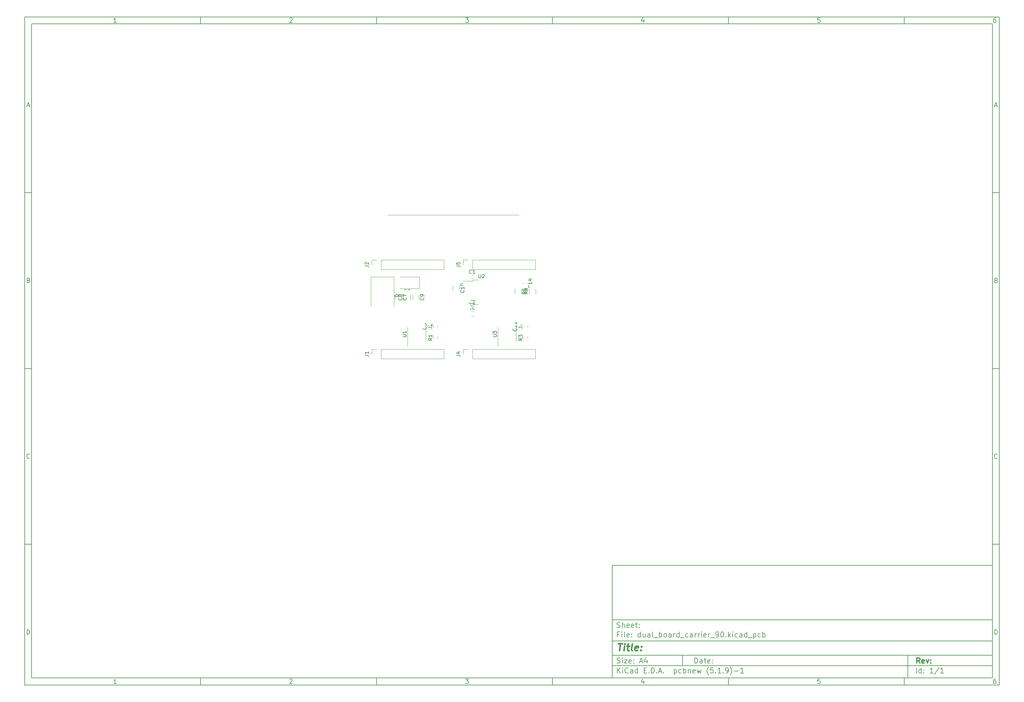
<source format=gbr>
%TF.GenerationSoftware,KiCad,Pcbnew,(5.1.9)-1*%
%TF.CreationDate,2021-02-06T18:14:13-06:00*%
%TF.ProjectId,dual_board_carrier_90,6475616c-5f62-46f6-9172-645f63617272,rev?*%
%TF.SameCoordinates,Original*%
%TF.FileFunction,Legend,Top*%
%TF.FilePolarity,Positive*%
%FSLAX46Y46*%
G04 Gerber Fmt 4.6, Leading zero omitted, Abs format (unit mm)*
G04 Created by KiCad (PCBNEW (5.1.9)-1) date 2021-02-06 18:14:13*
%MOMM*%
%LPD*%
G01*
G04 APERTURE LIST*
%ADD10C,0.100000*%
%ADD11C,0.150000*%
%ADD12C,0.300000*%
%ADD13C,0.400000*%
%ADD14C,0.120000*%
%ADD15R,6.400000X5.800000*%
%ADD16R,2.200000X1.200000*%
%ADD17O,1.700000X1.700000*%
%ADD18R,1.700000X1.700000*%
%ADD19R,2.500000X1.800000*%
%ADD20R,3.300000X2.500000*%
%ADD21C,2.200000*%
%ADD22C,4.000000*%
G04 APERTURE END LIST*
D10*
D11*
X177002200Y-166007200D02*
X177002200Y-198007200D01*
X285002200Y-198007200D01*
X285002200Y-166007200D01*
X177002200Y-166007200D01*
D10*
D11*
X10000000Y-10000000D02*
X10000000Y-200007200D01*
X287002200Y-200007200D01*
X287002200Y-10000000D01*
X10000000Y-10000000D01*
D10*
D11*
X12000000Y-12000000D02*
X12000000Y-198007200D01*
X285002200Y-198007200D01*
X285002200Y-12000000D01*
X12000000Y-12000000D01*
D10*
D11*
X60000000Y-12000000D02*
X60000000Y-10000000D01*
D10*
D11*
X110000000Y-12000000D02*
X110000000Y-10000000D01*
D10*
D11*
X160000000Y-12000000D02*
X160000000Y-10000000D01*
D10*
D11*
X210000000Y-12000000D02*
X210000000Y-10000000D01*
D10*
D11*
X260000000Y-12000000D02*
X260000000Y-10000000D01*
D10*
D11*
X36065476Y-11588095D02*
X35322619Y-11588095D01*
X35694047Y-11588095D02*
X35694047Y-10288095D01*
X35570238Y-10473809D01*
X35446428Y-10597619D01*
X35322619Y-10659523D01*
D10*
D11*
X85322619Y-10411904D02*
X85384523Y-10350000D01*
X85508333Y-10288095D01*
X85817857Y-10288095D01*
X85941666Y-10350000D01*
X86003571Y-10411904D01*
X86065476Y-10535714D01*
X86065476Y-10659523D01*
X86003571Y-10845238D01*
X85260714Y-11588095D01*
X86065476Y-11588095D01*
D10*
D11*
X135260714Y-10288095D02*
X136065476Y-10288095D01*
X135632142Y-10783333D01*
X135817857Y-10783333D01*
X135941666Y-10845238D01*
X136003571Y-10907142D01*
X136065476Y-11030952D01*
X136065476Y-11340476D01*
X136003571Y-11464285D01*
X135941666Y-11526190D01*
X135817857Y-11588095D01*
X135446428Y-11588095D01*
X135322619Y-11526190D01*
X135260714Y-11464285D01*
D10*
D11*
X185941666Y-10721428D02*
X185941666Y-11588095D01*
X185632142Y-10226190D02*
X185322619Y-11154761D01*
X186127380Y-11154761D01*
D10*
D11*
X236003571Y-10288095D02*
X235384523Y-10288095D01*
X235322619Y-10907142D01*
X235384523Y-10845238D01*
X235508333Y-10783333D01*
X235817857Y-10783333D01*
X235941666Y-10845238D01*
X236003571Y-10907142D01*
X236065476Y-11030952D01*
X236065476Y-11340476D01*
X236003571Y-11464285D01*
X235941666Y-11526190D01*
X235817857Y-11588095D01*
X235508333Y-11588095D01*
X235384523Y-11526190D01*
X235322619Y-11464285D01*
D10*
D11*
X285941666Y-10288095D02*
X285694047Y-10288095D01*
X285570238Y-10350000D01*
X285508333Y-10411904D01*
X285384523Y-10597619D01*
X285322619Y-10845238D01*
X285322619Y-11340476D01*
X285384523Y-11464285D01*
X285446428Y-11526190D01*
X285570238Y-11588095D01*
X285817857Y-11588095D01*
X285941666Y-11526190D01*
X286003571Y-11464285D01*
X286065476Y-11340476D01*
X286065476Y-11030952D01*
X286003571Y-10907142D01*
X285941666Y-10845238D01*
X285817857Y-10783333D01*
X285570238Y-10783333D01*
X285446428Y-10845238D01*
X285384523Y-10907142D01*
X285322619Y-11030952D01*
D10*
D11*
X60000000Y-198007200D02*
X60000000Y-200007200D01*
D10*
D11*
X110000000Y-198007200D02*
X110000000Y-200007200D01*
D10*
D11*
X160000000Y-198007200D02*
X160000000Y-200007200D01*
D10*
D11*
X210000000Y-198007200D02*
X210000000Y-200007200D01*
D10*
D11*
X260000000Y-198007200D02*
X260000000Y-200007200D01*
D10*
D11*
X36065476Y-199595295D02*
X35322619Y-199595295D01*
X35694047Y-199595295D02*
X35694047Y-198295295D01*
X35570238Y-198481009D01*
X35446428Y-198604819D01*
X35322619Y-198666723D01*
D10*
D11*
X85322619Y-198419104D02*
X85384523Y-198357200D01*
X85508333Y-198295295D01*
X85817857Y-198295295D01*
X85941666Y-198357200D01*
X86003571Y-198419104D01*
X86065476Y-198542914D01*
X86065476Y-198666723D01*
X86003571Y-198852438D01*
X85260714Y-199595295D01*
X86065476Y-199595295D01*
D10*
D11*
X135260714Y-198295295D02*
X136065476Y-198295295D01*
X135632142Y-198790533D01*
X135817857Y-198790533D01*
X135941666Y-198852438D01*
X136003571Y-198914342D01*
X136065476Y-199038152D01*
X136065476Y-199347676D01*
X136003571Y-199471485D01*
X135941666Y-199533390D01*
X135817857Y-199595295D01*
X135446428Y-199595295D01*
X135322619Y-199533390D01*
X135260714Y-199471485D01*
D10*
D11*
X185941666Y-198728628D02*
X185941666Y-199595295D01*
X185632142Y-198233390D02*
X185322619Y-199161961D01*
X186127380Y-199161961D01*
D10*
D11*
X236003571Y-198295295D02*
X235384523Y-198295295D01*
X235322619Y-198914342D01*
X235384523Y-198852438D01*
X235508333Y-198790533D01*
X235817857Y-198790533D01*
X235941666Y-198852438D01*
X236003571Y-198914342D01*
X236065476Y-199038152D01*
X236065476Y-199347676D01*
X236003571Y-199471485D01*
X235941666Y-199533390D01*
X235817857Y-199595295D01*
X235508333Y-199595295D01*
X235384523Y-199533390D01*
X235322619Y-199471485D01*
D10*
D11*
X285941666Y-198295295D02*
X285694047Y-198295295D01*
X285570238Y-198357200D01*
X285508333Y-198419104D01*
X285384523Y-198604819D01*
X285322619Y-198852438D01*
X285322619Y-199347676D01*
X285384523Y-199471485D01*
X285446428Y-199533390D01*
X285570238Y-199595295D01*
X285817857Y-199595295D01*
X285941666Y-199533390D01*
X286003571Y-199471485D01*
X286065476Y-199347676D01*
X286065476Y-199038152D01*
X286003571Y-198914342D01*
X285941666Y-198852438D01*
X285817857Y-198790533D01*
X285570238Y-198790533D01*
X285446428Y-198852438D01*
X285384523Y-198914342D01*
X285322619Y-199038152D01*
D10*
D11*
X10000000Y-60000000D02*
X12000000Y-60000000D01*
D10*
D11*
X10000000Y-110000000D02*
X12000000Y-110000000D01*
D10*
D11*
X10000000Y-160000000D02*
X12000000Y-160000000D01*
D10*
D11*
X10690476Y-35216666D02*
X11309523Y-35216666D01*
X10566666Y-35588095D02*
X11000000Y-34288095D01*
X11433333Y-35588095D01*
D10*
D11*
X11092857Y-84907142D02*
X11278571Y-84969047D01*
X11340476Y-85030952D01*
X11402380Y-85154761D01*
X11402380Y-85340476D01*
X11340476Y-85464285D01*
X11278571Y-85526190D01*
X11154761Y-85588095D01*
X10659523Y-85588095D01*
X10659523Y-84288095D01*
X11092857Y-84288095D01*
X11216666Y-84350000D01*
X11278571Y-84411904D01*
X11340476Y-84535714D01*
X11340476Y-84659523D01*
X11278571Y-84783333D01*
X11216666Y-84845238D01*
X11092857Y-84907142D01*
X10659523Y-84907142D01*
D10*
D11*
X11402380Y-135464285D02*
X11340476Y-135526190D01*
X11154761Y-135588095D01*
X11030952Y-135588095D01*
X10845238Y-135526190D01*
X10721428Y-135402380D01*
X10659523Y-135278571D01*
X10597619Y-135030952D01*
X10597619Y-134845238D01*
X10659523Y-134597619D01*
X10721428Y-134473809D01*
X10845238Y-134350000D01*
X11030952Y-134288095D01*
X11154761Y-134288095D01*
X11340476Y-134350000D01*
X11402380Y-134411904D01*
D10*
D11*
X10659523Y-185588095D02*
X10659523Y-184288095D01*
X10969047Y-184288095D01*
X11154761Y-184350000D01*
X11278571Y-184473809D01*
X11340476Y-184597619D01*
X11402380Y-184845238D01*
X11402380Y-185030952D01*
X11340476Y-185278571D01*
X11278571Y-185402380D01*
X11154761Y-185526190D01*
X10969047Y-185588095D01*
X10659523Y-185588095D01*
D10*
D11*
X287002200Y-60000000D02*
X285002200Y-60000000D01*
D10*
D11*
X287002200Y-110000000D02*
X285002200Y-110000000D01*
D10*
D11*
X287002200Y-160000000D02*
X285002200Y-160000000D01*
D10*
D11*
X285692676Y-35216666D02*
X286311723Y-35216666D01*
X285568866Y-35588095D02*
X286002200Y-34288095D01*
X286435533Y-35588095D01*
D10*
D11*
X286095057Y-84907142D02*
X286280771Y-84969047D01*
X286342676Y-85030952D01*
X286404580Y-85154761D01*
X286404580Y-85340476D01*
X286342676Y-85464285D01*
X286280771Y-85526190D01*
X286156961Y-85588095D01*
X285661723Y-85588095D01*
X285661723Y-84288095D01*
X286095057Y-84288095D01*
X286218866Y-84350000D01*
X286280771Y-84411904D01*
X286342676Y-84535714D01*
X286342676Y-84659523D01*
X286280771Y-84783333D01*
X286218866Y-84845238D01*
X286095057Y-84907142D01*
X285661723Y-84907142D01*
D10*
D11*
X286404580Y-135464285D02*
X286342676Y-135526190D01*
X286156961Y-135588095D01*
X286033152Y-135588095D01*
X285847438Y-135526190D01*
X285723628Y-135402380D01*
X285661723Y-135278571D01*
X285599819Y-135030952D01*
X285599819Y-134845238D01*
X285661723Y-134597619D01*
X285723628Y-134473809D01*
X285847438Y-134350000D01*
X286033152Y-134288095D01*
X286156961Y-134288095D01*
X286342676Y-134350000D01*
X286404580Y-134411904D01*
D10*
D11*
X285661723Y-185588095D02*
X285661723Y-184288095D01*
X285971247Y-184288095D01*
X286156961Y-184350000D01*
X286280771Y-184473809D01*
X286342676Y-184597619D01*
X286404580Y-184845238D01*
X286404580Y-185030952D01*
X286342676Y-185278571D01*
X286280771Y-185402380D01*
X286156961Y-185526190D01*
X285971247Y-185588095D01*
X285661723Y-185588095D01*
D10*
D11*
X200434342Y-193785771D02*
X200434342Y-192285771D01*
X200791485Y-192285771D01*
X201005771Y-192357200D01*
X201148628Y-192500057D01*
X201220057Y-192642914D01*
X201291485Y-192928628D01*
X201291485Y-193142914D01*
X201220057Y-193428628D01*
X201148628Y-193571485D01*
X201005771Y-193714342D01*
X200791485Y-193785771D01*
X200434342Y-193785771D01*
X202577200Y-193785771D02*
X202577200Y-193000057D01*
X202505771Y-192857200D01*
X202362914Y-192785771D01*
X202077200Y-192785771D01*
X201934342Y-192857200D01*
X202577200Y-193714342D02*
X202434342Y-193785771D01*
X202077200Y-193785771D01*
X201934342Y-193714342D01*
X201862914Y-193571485D01*
X201862914Y-193428628D01*
X201934342Y-193285771D01*
X202077200Y-193214342D01*
X202434342Y-193214342D01*
X202577200Y-193142914D01*
X203077200Y-192785771D02*
X203648628Y-192785771D01*
X203291485Y-192285771D02*
X203291485Y-193571485D01*
X203362914Y-193714342D01*
X203505771Y-193785771D01*
X203648628Y-193785771D01*
X204720057Y-193714342D02*
X204577200Y-193785771D01*
X204291485Y-193785771D01*
X204148628Y-193714342D01*
X204077200Y-193571485D01*
X204077200Y-193000057D01*
X204148628Y-192857200D01*
X204291485Y-192785771D01*
X204577200Y-192785771D01*
X204720057Y-192857200D01*
X204791485Y-193000057D01*
X204791485Y-193142914D01*
X204077200Y-193285771D01*
X205434342Y-193642914D02*
X205505771Y-193714342D01*
X205434342Y-193785771D01*
X205362914Y-193714342D01*
X205434342Y-193642914D01*
X205434342Y-193785771D01*
X205434342Y-192857200D02*
X205505771Y-192928628D01*
X205434342Y-193000057D01*
X205362914Y-192928628D01*
X205434342Y-192857200D01*
X205434342Y-193000057D01*
D10*
D11*
X177002200Y-194507200D02*
X285002200Y-194507200D01*
D10*
D11*
X178434342Y-196585771D02*
X178434342Y-195085771D01*
X179291485Y-196585771D02*
X178648628Y-195728628D01*
X179291485Y-195085771D02*
X178434342Y-195942914D01*
X179934342Y-196585771D02*
X179934342Y-195585771D01*
X179934342Y-195085771D02*
X179862914Y-195157200D01*
X179934342Y-195228628D01*
X180005771Y-195157200D01*
X179934342Y-195085771D01*
X179934342Y-195228628D01*
X181505771Y-196442914D02*
X181434342Y-196514342D01*
X181220057Y-196585771D01*
X181077200Y-196585771D01*
X180862914Y-196514342D01*
X180720057Y-196371485D01*
X180648628Y-196228628D01*
X180577200Y-195942914D01*
X180577200Y-195728628D01*
X180648628Y-195442914D01*
X180720057Y-195300057D01*
X180862914Y-195157200D01*
X181077200Y-195085771D01*
X181220057Y-195085771D01*
X181434342Y-195157200D01*
X181505771Y-195228628D01*
X182791485Y-196585771D02*
X182791485Y-195800057D01*
X182720057Y-195657200D01*
X182577200Y-195585771D01*
X182291485Y-195585771D01*
X182148628Y-195657200D01*
X182791485Y-196514342D02*
X182648628Y-196585771D01*
X182291485Y-196585771D01*
X182148628Y-196514342D01*
X182077200Y-196371485D01*
X182077200Y-196228628D01*
X182148628Y-196085771D01*
X182291485Y-196014342D01*
X182648628Y-196014342D01*
X182791485Y-195942914D01*
X184148628Y-196585771D02*
X184148628Y-195085771D01*
X184148628Y-196514342D02*
X184005771Y-196585771D01*
X183720057Y-196585771D01*
X183577200Y-196514342D01*
X183505771Y-196442914D01*
X183434342Y-196300057D01*
X183434342Y-195871485D01*
X183505771Y-195728628D01*
X183577200Y-195657200D01*
X183720057Y-195585771D01*
X184005771Y-195585771D01*
X184148628Y-195657200D01*
X186005771Y-195800057D02*
X186505771Y-195800057D01*
X186720057Y-196585771D02*
X186005771Y-196585771D01*
X186005771Y-195085771D01*
X186720057Y-195085771D01*
X187362914Y-196442914D02*
X187434342Y-196514342D01*
X187362914Y-196585771D01*
X187291485Y-196514342D01*
X187362914Y-196442914D01*
X187362914Y-196585771D01*
X188077200Y-196585771D02*
X188077200Y-195085771D01*
X188434342Y-195085771D01*
X188648628Y-195157200D01*
X188791485Y-195300057D01*
X188862914Y-195442914D01*
X188934342Y-195728628D01*
X188934342Y-195942914D01*
X188862914Y-196228628D01*
X188791485Y-196371485D01*
X188648628Y-196514342D01*
X188434342Y-196585771D01*
X188077200Y-196585771D01*
X189577200Y-196442914D02*
X189648628Y-196514342D01*
X189577200Y-196585771D01*
X189505771Y-196514342D01*
X189577200Y-196442914D01*
X189577200Y-196585771D01*
X190220057Y-196157200D02*
X190934342Y-196157200D01*
X190077200Y-196585771D02*
X190577200Y-195085771D01*
X191077200Y-196585771D01*
X191577200Y-196442914D02*
X191648628Y-196514342D01*
X191577200Y-196585771D01*
X191505771Y-196514342D01*
X191577200Y-196442914D01*
X191577200Y-196585771D01*
X194577200Y-195585771D02*
X194577200Y-197085771D01*
X194577200Y-195657200D02*
X194720057Y-195585771D01*
X195005771Y-195585771D01*
X195148628Y-195657200D01*
X195220057Y-195728628D01*
X195291485Y-195871485D01*
X195291485Y-196300057D01*
X195220057Y-196442914D01*
X195148628Y-196514342D01*
X195005771Y-196585771D01*
X194720057Y-196585771D01*
X194577200Y-196514342D01*
X196577200Y-196514342D02*
X196434342Y-196585771D01*
X196148628Y-196585771D01*
X196005771Y-196514342D01*
X195934342Y-196442914D01*
X195862914Y-196300057D01*
X195862914Y-195871485D01*
X195934342Y-195728628D01*
X196005771Y-195657200D01*
X196148628Y-195585771D01*
X196434342Y-195585771D01*
X196577200Y-195657200D01*
X197220057Y-196585771D02*
X197220057Y-195085771D01*
X197220057Y-195657200D02*
X197362914Y-195585771D01*
X197648628Y-195585771D01*
X197791485Y-195657200D01*
X197862914Y-195728628D01*
X197934342Y-195871485D01*
X197934342Y-196300057D01*
X197862914Y-196442914D01*
X197791485Y-196514342D01*
X197648628Y-196585771D01*
X197362914Y-196585771D01*
X197220057Y-196514342D01*
X198577200Y-195585771D02*
X198577200Y-196585771D01*
X198577200Y-195728628D02*
X198648628Y-195657200D01*
X198791485Y-195585771D01*
X199005771Y-195585771D01*
X199148628Y-195657200D01*
X199220057Y-195800057D01*
X199220057Y-196585771D01*
X200505771Y-196514342D02*
X200362914Y-196585771D01*
X200077200Y-196585771D01*
X199934342Y-196514342D01*
X199862914Y-196371485D01*
X199862914Y-195800057D01*
X199934342Y-195657200D01*
X200077200Y-195585771D01*
X200362914Y-195585771D01*
X200505771Y-195657200D01*
X200577200Y-195800057D01*
X200577200Y-195942914D01*
X199862914Y-196085771D01*
X201077200Y-195585771D02*
X201362914Y-196585771D01*
X201648628Y-195871485D01*
X201934342Y-196585771D01*
X202220057Y-195585771D01*
X204362914Y-197157200D02*
X204291485Y-197085771D01*
X204148628Y-196871485D01*
X204077200Y-196728628D01*
X204005771Y-196514342D01*
X203934342Y-196157200D01*
X203934342Y-195871485D01*
X204005771Y-195514342D01*
X204077200Y-195300057D01*
X204148628Y-195157200D01*
X204291485Y-194942914D01*
X204362914Y-194871485D01*
X205648628Y-195085771D02*
X204934342Y-195085771D01*
X204862914Y-195800057D01*
X204934342Y-195728628D01*
X205077200Y-195657200D01*
X205434342Y-195657200D01*
X205577200Y-195728628D01*
X205648628Y-195800057D01*
X205720057Y-195942914D01*
X205720057Y-196300057D01*
X205648628Y-196442914D01*
X205577200Y-196514342D01*
X205434342Y-196585771D01*
X205077200Y-196585771D01*
X204934342Y-196514342D01*
X204862914Y-196442914D01*
X206362914Y-196442914D02*
X206434342Y-196514342D01*
X206362914Y-196585771D01*
X206291485Y-196514342D01*
X206362914Y-196442914D01*
X206362914Y-196585771D01*
X207862914Y-196585771D02*
X207005771Y-196585771D01*
X207434342Y-196585771D02*
X207434342Y-195085771D01*
X207291485Y-195300057D01*
X207148628Y-195442914D01*
X207005771Y-195514342D01*
X208505771Y-196442914D02*
X208577200Y-196514342D01*
X208505771Y-196585771D01*
X208434342Y-196514342D01*
X208505771Y-196442914D01*
X208505771Y-196585771D01*
X209291485Y-196585771D02*
X209577200Y-196585771D01*
X209720057Y-196514342D01*
X209791485Y-196442914D01*
X209934342Y-196228628D01*
X210005771Y-195942914D01*
X210005771Y-195371485D01*
X209934342Y-195228628D01*
X209862914Y-195157200D01*
X209720057Y-195085771D01*
X209434342Y-195085771D01*
X209291485Y-195157200D01*
X209220057Y-195228628D01*
X209148628Y-195371485D01*
X209148628Y-195728628D01*
X209220057Y-195871485D01*
X209291485Y-195942914D01*
X209434342Y-196014342D01*
X209720057Y-196014342D01*
X209862914Y-195942914D01*
X209934342Y-195871485D01*
X210005771Y-195728628D01*
X210505771Y-197157200D02*
X210577200Y-197085771D01*
X210720057Y-196871485D01*
X210791485Y-196728628D01*
X210862914Y-196514342D01*
X210934342Y-196157200D01*
X210934342Y-195871485D01*
X210862914Y-195514342D01*
X210791485Y-195300057D01*
X210720057Y-195157200D01*
X210577200Y-194942914D01*
X210505771Y-194871485D01*
X211648628Y-196014342D02*
X212791485Y-196014342D01*
X214291485Y-196585771D02*
X213434342Y-196585771D01*
X213862914Y-196585771D02*
X213862914Y-195085771D01*
X213720057Y-195300057D01*
X213577200Y-195442914D01*
X213434342Y-195514342D01*
D10*
D11*
X177002200Y-191507200D02*
X285002200Y-191507200D01*
D10*
D12*
X264411485Y-193785771D02*
X263911485Y-193071485D01*
X263554342Y-193785771D02*
X263554342Y-192285771D01*
X264125771Y-192285771D01*
X264268628Y-192357200D01*
X264340057Y-192428628D01*
X264411485Y-192571485D01*
X264411485Y-192785771D01*
X264340057Y-192928628D01*
X264268628Y-193000057D01*
X264125771Y-193071485D01*
X263554342Y-193071485D01*
X265625771Y-193714342D02*
X265482914Y-193785771D01*
X265197200Y-193785771D01*
X265054342Y-193714342D01*
X264982914Y-193571485D01*
X264982914Y-193000057D01*
X265054342Y-192857200D01*
X265197200Y-192785771D01*
X265482914Y-192785771D01*
X265625771Y-192857200D01*
X265697200Y-193000057D01*
X265697200Y-193142914D01*
X264982914Y-193285771D01*
X266197200Y-192785771D02*
X266554342Y-193785771D01*
X266911485Y-192785771D01*
X267482914Y-193642914D02*
X267554342Y-193714342D01*
X267482914Y-193785771D01*
X267411485Y-193714342D01*
X267482914Y-193642914D01*
X267482914Y-193785771D01*
X267482914Y-192857200D02*
X267554342Y-192928628D01*
X267482914Y-193000057D01*
X267411485Y-192928628D01*
X267482914Y-192857200D01*
X267482914Y-193000057D01*
D10*
D11*
X178362914Y-193714342D02*
X178577200Y-193785771D01*
X178934342Y-193785771D01*
X179077200Y-193714342D01*
X179148628Y-193642914D01*
X179220057Y-193500057D01*
X179220057Y-193357200D01*
X179148628Y-193214342D01*
X179077200Y-193142914D01*
X178934342Y-193071485D01*
X178648628Y-193000057D01*
X178505771Y-192928628D01*
X178434342Y-192857200D01*
X178362914Y-192714342D01*
X178362914Y-192571485D01*
X178434342Y-192428628D01*
X178505771Y-192357200D01*
X178648628Y-192285771D01*
X179005771Y-192285771D01*
X179220057Y-192357200D01*
X179862914Y-193785771D02*
X179862914Y-192785771D01*
X179862914Y-192285771D02*
X179791485Y-192357200D01*
X179862914Y-192428628D01*
X179934342Y-192357200D01*
X179862914Y-192285771D01*
X179862914Y-192428628D01*
X180434342Y-192785771D02*
X181220057Y-192785771D01*
X180434342Y-193785771D01*
X181220057Y-193785771D01*
X182362914Y-193714342D02*
X182220057Y-193785771D01*
X181934342Y-193785771D01*
X181791485Y-193714342D01*
X181720057Y-193571485D01*
X181720057Y-193000057D01*
X181791485Y-192857200D01*
X181934342Y-192785771D01*
X182220057Y-192785771D01*
X182362914Y-192857200D01*
X182434342Y-193000057D01*
X182434342Y-193142914D01*
X181720057Y-193285771D01*
X183077200Y-193642914D02*
X183148628Y-193714342D01*
X183077200Y-193785771D01*
X183005771Y-193714342D01*
X183077200Y-193642914D01*
X183077200Y-193785771D01*
X183077200Y-192857200D02*
X183148628Y-192928628D01*
X183077200Y-193000057D01*
X183005771Y-192928628D01*
X183077200Y-192857200D01*
X183077200Y-193000057D01*
X184862914Y-193357200D02*
X185577200Y-193357200D01*
X184720057Y-193785771D02*
X185220057Y-192285771D01*
X185720057Y-193785771D01*
X186862914Y-192785771D02*
X186862914Y-193785771D01*
X186505771Y-192214342D02*
X186148628Y-193285771D01*
X187077200Y-193285771D01*
D10*
D11*
X263434342Y-196585771D02*
X263434342Y-195085771D01*
X264791485Y-196585771D02*
X264791485Y-195085771D01*
X264791485Y-196514342D02*
X264648628Y-196585771D01*
X264362914Y-196585771D01*
X264220057Y-196514342D01*
X264148628Y-196442914D01*
X264077200Y-196300057D01*
X264077200Y-195871485D01*
X264148628Y-195728628D01*
X264220057Y-195657200D01*
X264362914Y-195585771D01*
X264648628Y-195585771D01*
X264791485Y-195657200D01*
X265505771Y-196442914D02*
X265577200Y-196514342D01*
X265505771Y-196585771D01*
X265434342Y-196514342D01*
X265505771Y-196442914D01*
X265505771Y-196585771D01*
X265505771Y-195657200D02*
X265577200Y-195728628D01*
X265505771Y-195800057D01*
X265434342Y-195728628D01*
X265505771Y-195657200D01*
X265505771Y-195800057D01*
X268148628Y-196585771D02*
X267291485Y-196585771D01*
X267720057Y-196585771D02*
X267720057Y-195085771D01*
X267577200Y-195300057D01*
X267434342Y-195442914D01*
X267291485Y-195514342D01*
X269862914Y-195014342D02*
X268577200Y-196942914D01*
X271148628Y-196585771D02*
X270291485Y-196585771D01*
X270720057Y-196585771D02*
X270720057Y-195085771D01*
X270577200Y-195300057D01*
X270434342Y-195442914D01*
X270291485Y-195514342D01*
D10*
D11*
X177002200Y-187507200D02*
X285002200Y-187507200D01*
D10*
D13*
X178714580Y-188211961D02*
X179857438Y-188211961D01*
X179036009Y-190211961D02*
X179286009Y-188211961D01*
X180274104Y-190211961D02*
X180440771Y-188878628D01*
X180524104Y-188211961D02*
X180416961Y-188307200D01*
X180500295Y-188402438D01*
X180607438Y-188307200D01*
X180524104Y-188211961D01*
X180500295Y-188402438D01*
X181107438Y-188878628D02*
X181869342Y-188878628D01*
X181476485Y-188211961D02*
X181262200Y-189926247D01*
X181333628Y-190116723D01*
X181512200Y-190211961D01*
X181702676Y-190211961D01*
X182655057Y-190211961D02*
X182476485Y-190116723D01*
X182405057Y-189926247D01*
X182619342Y-188211961D01*
X184190771Y-190116723D02*
X183988390Y-190211961D01*
X183607438Y-190211961D01*
X183428866Y-190116723D01*
X183357438Y-189926247D01*
X183452676Y-189164342D01*
X183571723Y-188973866D01*
X183774104Y-188878628D01*
X184155057Y-188878628D01*
X184333628Y-188973866D01*
X184405057Y-189164342D01*
X184381247Y-189354819D01*
X183405057Y-189545295D01*
X185155057Y-190021485D02*
X185238390Y-190116723D01*
X185131247Y-190211961D01*
X185047914Y-190116723D01*
X185155057Y-190021485D01*
X185131247Y-190211961D01*
X185286009Y-188973866D02*
X185369342Y-189069104D01*
X185262200Y-189164342D01*
X185178866Y-189069104D01*
X185286009Y-188973866D01*
X185262200Y-189164342D01*
D10*
D11*
X178934342Y-185600057D02*
X178434342Y-185600057D01*
X178434342Y-186385771D02*
X178434342Y-184885771D01*
X179148628Y-184885771D01*
X179720057Y-186385771D02*
X179720057Y-185385771D01*
X179720057Y-184885771D02*
X179648628Y-184957200D01*
X179720057Y-185028628D01*
X179791485Y-184957200D01*
X179720057Y-184885771D01*
X179720057Y-185028628D01*
X180648628Y-186385771D02*
X180505771Y-186314342D01*
X180434342Y-186171485D01*
X180434342Y-184885771D01*
X181791485Y-186314342D02*
X181648628Y-186385771D01*
X181362914Y-186385771D01*
X181220057Y-186314342D01*
X181148628Y-186171485D01*
X181148628Y-185600057D01*
X181220057Y-185457200D01*
X181362914Y-185385771D01*
X181648628Y-185385771D01*
X181791485Y-185457200D01*
X181862914Y-185600057D01*
X181862914Y-185742914D01*
X181148628Y-185885771D01*
X182505771Y-186242914D02*
X182577200Y-186314342D01*
X182505771Y-186385771D01*
X182434342Y-186314342D01*
X182505771Y-186242914D01*
X182505771Y-186385771D01*
X182505771Y-185457200D02*
X182577200Y-185528628D01*
X182505771Y-185600057D01*
X182434342Y-185528628D01*
X182505771Y-185457200D01*
X182505771Y-185600057D01*
X185005771Y-186385771D02*
X185005771Y-184885771D01*
X185005771Y-186314342D02*
X184862914Y-186385771D01*
X184577200Y-186385771D01*
X184434342Y-186314342D01*
X184362914Y-186242914D01*
X184291485Y-186100057D01*
X184291485Y-185671485D01*
X184362914Y-185528628D01*
X184434342Y-185457200D01*
X184577200Y-185385771D01*
X184862914Y-185385771D01*
X185005771Y-185457200D01*
X186362914Y-185385771D02*
X186362914Y-186385771D01*
X185720057Y-185385771D02*
X185720057Y-186171485D01*
X185791485Y-186314342D01*
X185934342Y-186385771D01*
X186148628Y-186385771D01*
X186291485Y-186314342D01*
X186362914Y-186242914D01*
X187720057Y-186385771D02*
X187720057Y-185600057D01*
X187648628Y-185457200D01*
X187505771Y-185385771D01*
X187220057Y-185385771D01*
X187077200Y-185457200D01*
X187720057Y-186314342D02*
X187577200Y-186385771D01*
X187220057Y-186385771D01*
X187077200Y-186314342D01*
X187005771Y-186171485D01*
X187005771Y-186028628D01*
X187077200Y-185885771D01*
X187220057Y-185814342D01*
X187577200Y-185814342D01*
X187720057Y-185742914D01*
X188648628Y-186385771D02*
X188505771Y-186314342D01*
X188434342Y-186171485D01*
X188434342Y-184885771D01*
X188862914Y-186528628D02*
X190005771Y-186528628D01*
X190362914Y-186385771D02*
X190362914Y-184885771D01*
X190362914Y-185457200D02*
X190505771Y-185385771D01*
X190791485Y-185385771D01*
X190934342Y-185457200D01*
X191005771Y-185528628D01*
X191077200Y-185671485D01*
X191077200Y-186100057D01*
X191005771Y-186242914D01*
X190934342Y-186314342D01*
X190791485Y-186385771D01*
X190505771Y-186385771D01*
X190362914Y-186314342D01*
X191934342Y-186385771D02*
X191791485Y-186314342D01*
X191720057Y-186242914D01*
X191648628Y-186100057D01*
X191648628Y-185671485D01*
X191720057Y-185528628D01*
X191791485Y-185457200D01*
X191934342Y-185385771D01*
X192148628Y-185385771D01*
X192291485Y-185457200D01*
X192362914Y-185528628D01*
X192434342Y-185671485D01*
X192434342Y-186100057D01*
X192362914Y-186242914D01*
X192291485Y-186314342D01*
X192148628Y-186385771D01*
X191934342Y-186385771D01*
X193720057Y-186385771D02*
X193720057Y-185600057D01*
X193648628Y-185457200D01*
X193505771Y-185385771D01*
X193220057Y-185385771D01*
X193077200Y-185457200D01*
X193720057Y-186314342D02*
X193577200Y-186385771D01*
X193220057Y-186385771D01*
X193077200Y-186314342D01*
X193005771Y-186171485D01*
X193005771Y-186028628D01*
X193077200Y-185885771D01*
X193220057Y-185814342D01*
X193577200Y-185814342D01*
X193720057Y-185742914D01*
X194434342Y-186385771D02*
X194434342Y-185385771D01*
X194434342Y-185671485D02*
X194505771Y-185528628D01*
X194577200Y-185457200D01*
X194720057Y-185385771D01*
X194862914Y-185385771D01*
X196005771Y-186385771D02*
X196005771Y-184885771D01*
X196005771Y-186314342D02*
X195862914Y-186385771D01*
X195577200Y-186385771D01*
X195434342Y-186314342D01*
X195362914Y-186242914D01*
X195291485Y-186100057D01*
X195291485Y-185671485D01*
X195362914Y-185528628D01*
X195434342Y-185457200D01*
X195577200Y-185385771D01*
X195862914Y-185385771D01*
X196005771Y-185457200D01*
X196362914Y-186528628D02*
X197505771Y-186528628D01*
X198505771Y-186314342D02*
X198362914Y-186385771D01*
X198077200Y-186385771D01*
X197934342Y-186314342D01*
X197862914Y-186242914D01*
X197791485Y-186100057D01*
X197791485Y-185671485D01*
X197862914Y-185528628D01*
X197934342Y-185457200D01*
X198077200Y-185385771D01*
X198362914Y-185385771D01*
X198505771Y-185457200D01*
X199791485Y-186385771D02*
X199791485Y-185600057D01*
X199720057Y-185457200D01*
X199577200Y-185385771D01*
X199291485Y-185385771D01*
X199148628Y-185457200D01*
X199791485Y-186314342D02*
X199648628Y-186385771D01*
X199291485Y-186385771D01*
X199148628Y-186314342D01*
X199077200Y-186171485D01*
X199077200Y-186028628D01*
X199148628Y-185885771D01*
X199291485Y-185814342D01*
X199648628Y-185814342D01*
X199791485Y-185742914D01*
X200505771Y-186385771D02*
X200505771Y-185385771D01*
X200505771Y-185671485D02*
X200577200Y-185528628D01*
X200648628Y-185457200D01*
X200791485Y-185385771D01*
X200934342Y-185385771D01*
X201434342Y-186385771D02*
X201434342Y-185385771D01*
X201434342Y-185671485D02*
X201505771Y-185528628D01*
X201577200Y-185457200D01*
X201720057Y-185385771D01*
X201862914Y-185385771D01*
X202362914Y-186385771D02*
X202362914Y-185385771D01*
X202362914Y-184885771D02*
X202291485Y-184957200D01*
X202362914Y-185028628D01*
X202434342Y-184957200D01*
X202362914Y-184885771D01*
X202362914Y-185028628D01*
X203648628Y-186314342D02*
X203505771Y-186385771D01*
X203220057Y-186385771D01*
X203077200Y-186314342D01*
X203005771Y-186171485D01*
X203005771Y-185600057D01*
X203077200Y-185457200D01*
X203220057Y-185385771D01*
X203505771Y-185385771D01*
X203648628Y-185457200D01*
X203720057Y-185600057D01*
X203720057Y-185742914D01*
X203005771Y-185885771D01*
X204362914Y-186385771D02*
X204362914Y-185385771D01*
X204362914Y-185671485D02*
X204434342Y-185528628D01*
X204505771Y-185457200D01*
X204648628Y-185385771D01*
X204791485Y-185385771D01*
X204934342Y-186528628D02*
X206077200Y-186528628D01*
X206505771Y-186385771D02*
X206791485Y-186385771D01*
X206934342Y-186314342D01*
X207005771Y-186242914D01*
X207148628Y-186028628D01*
X207220057Y-185742914D01*
X207220057Y-185171485D01*
X207148628Y-185028628D01*
X207077200Y-184957200D01*
X206934342Y-184885771D01*
X206648628Y-184885771D01*
X206505771Y-184957200D01*
X206434342Y-185028628D01*
X206362914Y-185171485D01*
X206362914Y-185528628D01*
X206434342Y-185671485D01*
X206505771Y-185742914D01*
X206648628Y-185814342D01*
X206934342Y-185814342D01*
X207077200Y-185742914D01*
X207148628Y-185671485D01*
X207220057Y-185528628D01*
X208148628Y-184885771D02*
X208291485Y-184885771D01*
X208434342Y-184957200D01*
X208505771Y-185028628D01*
X208577200Y-185171485D01*
X208648628Y-185457200D01*
X208648628Y-185814342D01*
X208577200Y-186100057D01*
X208505771Y-186242914D01*
X208434342Y-186314342D01*
X208291485Y-186385771D01*
X208148628Y-186385771D01*
X208005771Y-186314342D01*
X207934342Y-186242914D01*
X207862914Y-186100057D01*
X207791485Y-185814342D01*
X207791485Y-185457200D01*
X207862914Y-185171485D01*
X207934342Y-185028628D01*
X208005771Y-184957200D01*
X208148628Y-184885771D01*
X209291485Y-186242914D02*
X209362914Y-186314342D01*
X209291485Y-186385771D01*
X209220057Y-186314342D01*
X209291485Y-186242914D01*
X209291485Y-186385771D01*
X210005771Y-186385771D02*
X210005771Y-184885771D01*
X210148628Y-185814342D02*
X210577200Y-186385771D01*
X210577200Y-185385771D02*
X210005771Y-185957200D01*
X211220057Y-186385771D02*
X211220057Y-185385771D01*
X211220057Y-184885771D02*
X211148628Y-184957200D01*
X211220057Y-185028628D01*
X211291485Y-184957200D01*
X211220057Y-184885771D01*
X211220057Y-185028628D01*
X212577200Y-186314342D02*
X212434342Y-186385771D01*
X212148628Y-186385771D01*
X212005771Y-186314342D01*
X211934342Y-186242914D01*
X211862914Y-186100057D01*
X211862914Y-185671485D01*
X211934342Y-185528628D01*
X212005771Y-185457200D01*
X212148628Y-185385771D01*
X212434342Y-185385771D01*
X212577200Y-185457200D01*
X213862914Y-186385771D02*
X213862914Y-185600057D01*
X213791485Y-185457200D01*
X213648628Y-185385771D01*
X213362914Y-185385771D01*
X213220057Y-185457200D01*
X213862914Y-186314342D02*
X213720057Y-186385771D01*
X213362914Y-186385771D01*
X213220057Y-186314342D01*
X213148628Y-186171485D01*
X213148628Y-186028628D01*
X213220057Y-185885771D01*
X213362914Y-185814342D01*
X213720057Y-185814342D01*
X213862914Y-185742914D01*
X215220057Y-186385771D02*
X215220057Y-184885771D01*
X215220057Y-186314342D02*
X215077200Y-186385771D01*
X214791485Y-186385771D01*
X214648628Y-186314342D01*
X214577200Y-186242914D01*
X214505771Y-186100057D01*
X214505771Y-185671485D01*
X214577200Y-185528628D01*
X214648628Y-185457200D01*
X214791485Y-185385771D01*
X215077200Y-185385771D01*
X215220057Y-185457200D01*
X215577200Y-186528628D02*
X216720057Y-186528628D01*
X217077200Y-185385771D02*
X217077200Y-186885771D01*
X217077200Y-185457200D02*
X217220057Y-185385771D01*
X217505771Y-185385771D01*
X217648628Y-185457200D01*
X217720057Y-185528628D01*
X217791485Y-185671485D01*
X217791485Y-186100057D01*
X217720057Y-186242914D01*
X217648628Y-186314342D01*
X217505771Y-186385771D01*
X217220057Y-186385771D01*
X217077200Y-186314342D01*
X219077200Y-186314342D02*
X218934342Y-186385771D01*
X218648628Y-186385771D01*
X218505771Y-186314342D01*
X218434342Y-186242914D01*
X218362914Y-186100057D01*
X218362914Y-185671485D01*
X218434342Y-185528628D01*
X218505771Y-185457200D01*
X218648628Y-185385771D01*
X218934342Y-185385771D01*
X219077200Y-185457200D01*
X219720057Y-186385771D02*
X219720057Y-184885771D01*
X219720057Y-185457200D02*
X219862914Y-185385771D01*
X220148628Y-185385771D01*
X220291485Y-185457200D01*
X220362914Y-185528628D01*
X220434342Y-185671485D01*
X220434342Y-186100057D01*
X220362914Y-186242914D01*
X220291485Y-186314342D01*
X220148628Y-186385771D01*
X219862914Y-186385771D01*
X219720057Y-186314342D01*
D10*
D11*
X177002200Y-181507200D02*
X285002200Y-181507200D01*
D10*
D11*
X178362914Y-183614342D02*
X178577200Y-183685771D01*
X178934342Y-183685771D01*
X179077200Y-183614342D01*
X179148628Y-183542914D01*
X179220057Y-183400057D01*
X179220057Y-183257200D01*
X179148628Y-183114342D01*
X179077200Y-183042914D01*
X178934342Y-182971485D01*
X178648628Y-182900057D01*
X178505771Y-182828628D01*
X178434342Y-182757200D01*
X178362914Y-182614342D01*
X178362914Y-182471485D01*
X178434342Y-182328628D01*
X178505771Y-182257200D01*
X178648628Y-182185771D01*
X179005771Y-182185771D01*
X179220057Y-182257200D01*
X179862914Y-183685771D02*
X179862914Y-182185771D01*
X180505771Y-183685771D02*
X180505771Y-182900057D01*
X180434342Y-182757200D01*
X180291485Y-182685771D01*
X180077200Y-182685771D01*
X179934342Y-182757200D01*
X179862914Y-182828628D01*
X181791485Y-183614342D02*
X181648628Y-183685771D01*
X181362914Y-183685771D01*
X181220057Y-183614342D01*
X181148628Y-183471485D01*
X181148628Y-182900057D01*
X181220057Y-182757200D01*
X181362914Y-182685771D01*
X181648628Y-182685771D01*
X181791485Y-182757200D01*
X181862914Y-182900057D01*
X181862914Y-183042914D01*
X181148628Y-183185771D01*
X183077200Y-183614342D02*
X182934342Y-183685771D01*
X182648628Y-183685771D01*
X182505771Y-183614342D01*
X182434342Y-183471485D01*
X182434342Y-182900057D01*
X182505771Y-182757200D01*
X182648628Y-182685771D01*
X182934342Y-182685771D01*
X183077200Y-182757200D01*
X183148628Y-182900057D01*
X183148628Y-183042914D01*
X182434342Y-183185771D01*
X183577200Y-182685771D02*
X184148628Y-182685771D01*
X183791485Y-182185771D02*
X183791485Y-183471485D01*
X183862914Y-183614342D01*
X184005771Y-183685771D01*
X184148628Y-183685771D01*
X184648628Y-183542914D02*
X184720057Y-183614342D01*
X184648628Y-183685771D01*
X184577200Y-183614342D01*
X184648628Y-183542914D01*
X184648628Y-183685771D01*
X184648628Y-182757200D02*
X184720057Y-182828628D01*
X184648628Y-182900057D01*
X184577200Y-182828628D01*
X184648628Y-182757200D01*
X184648628Y-182900057D01*
D10*
D11*
X197002200Y-191507200D02*
X197002200Y-194507200D01*
D10*
D11*
X261002200Y-191507200D02*
X261002200Y-198007200D01*
D14*
%TO.C,U3*%
X144506000Y-100203000D02*
X144506000Y-103653000D01*
X144506000Y-100203000D02*
X144506000Y-98253000D01*
X149626000Y-100203000D02*
X149626000Y-102153000D01*
X149626000Y-100203000D02*
X149626000Y-98253000D01*
%TO.C,U2*%
X137357000Y-91445000D02*
X136257000Y-91445000D01*
X137357000Y-91715000D02*
X137357000Y-91445000D01*
X138857000Y-91715000D02*
X137357000Y-91715000D01*
X137357000Y-85085000D02*
X134527000Y-85085000D01*
X137357000Y-84815000D02*
X137357000Y-85085000D01*
X138857000Y-84815000D02*
X137357000Y-84815000D01*
%TO.C,U1*%
X118852000Y-100203000D02*
X118852000Y-103653000D01*
X118852000Y-100203000D02*
X118852000Y-98253000D01*
X123972000Y-100203000D02*
X123972000Y-102153000D01*
X123972000Y-100203000D02*
X123972000Y-98253000D01*
%TO.C,R6*%
X155215000Y-88738064D02*
X155215000Y-87283936D01*
X153395000Y-88738064D02*
X153395000Y-87283936D01*
%TO.C,R5*%
X149331000Y-87283936D02*
X149331000Y-88738064D01*
X151151000Y-87283936D02*
X151151000Y-88738064D01*
%TO.C,R4*%
X152922500Y-98281258D02*
X152922500Y-97806742D01*
X151877500Y-98281258D02*
X151877500Y-97806742D01*
%TO.C,R3*%
X152922500Y-101456258D02*
X152922500Y-100981742D01*
X151877500Y-101456258D02*
X151877500Y-100981742D01*
%TO.C,R2*%
X127268500Y-98281258D02*
X127268500Y-97806742D01*
X126223500Y-98281258D02*
X126223500Y-97806742D01*
%TO.C,R1*%
X127268500Y-101456258D02*
X127268500Y-100981742D01*
X126223500Y-101456258D02*
X126223500Y-100981742D01*
%TO.C,J5*%
X134686000Y-80460000D02*
X134686000Y-79130000D01*
X134686000Y-79130000D02*
X136016000Y-79130000D01*
X137286000Y-79130000D02*
X155126000Y-79130000D01*
X155126000Y-81790000D02*
X155126000Y-79130000D01*
X137286000Y-81790000D02*
X155126000Y-81790000D01*
X137286000Y-81790000D02*
X137286000Y-79130000D01*
%TO.C,J4*%
X134686000Y-105860000D02*
X134686000Y-104530000D01*
X134686000Y-104530000D02*
X136016000Y-104530000D01*
X137286000Y-104530000D02*
X155126000Y-104530000D01*
X155126000Y-107190000D02*
X155126000Y-104530000D01*
X137286000Y-107190000D02*
X155126000Y-107190000D01*
X137286000Y-107190000D02*
X137286000Y-104530000D01*
%TO.C,J2*%
X108686000Y-80460000D02*
X108686000Y-79130000D01*
X108686000Y-79130000D02*
X110016000Y-79130000D01*
X111286000Y-79130000D02*
X129126000Y-79130000D01*
X129126000Y-81790000D02*
X129126000Y-79130000D01*
X111286000Y-81790000D02*
X129126000Y-81790000D01*
X111286000Y-81790000D02*
X111286000Y-79130000D01*
%TO.C,J1*%
X108686000Y-105860000D02*
X108686000Y-104530000D01*
X108686000Y-104530000D02*
X110016000Y-104530000D01*
X111286000Y-104530000D02*
X129126000Y-104530000D01*
X129126000Y-107190000D02*
X129126000Y-104530000D01*
X111286000Y-107190000D02*
X129126000Y-107190000D01*
X111286000Y-107190000D02*
X111286000Y-104530000D01*
%TO.C,D2*%
X122145000Y-87248000D02*
X116745000Y-87248000D01*
X122145000Y-83948000D02*
X116745000Y-83948000D01*
X122145000Y-87248000D02*
X122145000Y-83948000D01*
%TO.C,D1*%
X114883000Y-83973000D02*
X114883000Y-92373000D01*
X108383000Y-83973000D02*
X108383000Y-92373000D01*
X108383000Y-83973000D02*
X114883000Y-83973000D01*
%TO.C,C14*%
X151763000Y-85584420D02*
X151763000Y-85865580D01*
X152783000Y-85584420D02*
X152783000Y-85865580D01*
%TO.C,C11*%
X151259000Y-98184580D02*
X151259000Y-97903420D01*
X150239000Y-98184580D02*
X150239000Y-97903420D01*
%TO.C,C10*%
X131678000Y-86410748D02*
X131678000Y-87833252D01*
X133498000Y-86410748D02*
X133498000Y-87833252D01*
%TO.C,C9*%
X120248000Y-89013748D02*
X120248000Y-90436252D01*
X122068000Y-89013748D02*
X122068000Y-90436252D01*
%TO.C,C8*%
X119559000Y-90436252D02*
X119559000Y-89013748D01*
X117739000Y-90436252D02*
X117739000Y-89013748D01*
%TO.C,C7*%
X115295000Y-89013748D02*
X115295000Y-90436252D01*
X117115000Y-89013748D02*
X117115000Y-90436252D01*
%TO.C,C6*%
X136898748Y-95096000D02*
X137421252Y-95096000D01*
X136898748Y-93626000D02*
X137421252Y-93626000D01*
%TO.C,C3*%
X125605000Y-98184580D02*
X125605000Y-97903420D01*
X124585000Y-98184580D02*
X124585000Y-97903420D01*
%TO.C,C2*%
X137019420Y-93093000D02*
X137300580Y-93093000D01*
X137019420Y-92073000D02*
X137300580Y-92073000D01*
%TO.C,C1*%
X137019420Y-84457000D02*
X137300580Y-84457000D01*
X137019420Y-83437000D02*
X137300580Y-83437000D01*
%TO.C,J3*%
X150476000Y-66294000D02*
X113176000Y-66294000D01*
%TO.C,U3*%
D11*
X143118380Y-100964904D02*
X143927904Y-100964904D01*
X144023142Y-100917285D01*
X144070761Y-100869666D01*
X144118380Y-100774428D01*
X144118380Y-100583952D01*
X144070761Y-100488714D01*
X144023142Y-100441095D01*
X143927904Y-100393476D01*
X143118380Y-100393476D01*
X143118380Y-100012523D02*
X143118380Y-99393476D01*
X143499333Y-99726809D01*
X143499333Y-99583952D01*
X143546952Y-99488714D01*
X143594571Y-99441095D01*
X143689809Y-99393476D01*
X143927904Y-99393476D01*
X144023142Y-99441095D01*
X144070761Y-99488714D01*
X144118380Y-99583952D01*
X144118380Y-99869666D01*
X144070761Y-99964904D01*
X144023142Y-100012523D01*
%TO.C,U2*%
X139065095Y-83217380D02*
X139065095Y-84026904D01*
X139112714Y-84122142D01*
X139160333Y-84169761D01*
X139255571Y-84217380D01*
X139446047Y-84217380D01*
X139541285Y-84169761D01*
X139588904Y-84122142D01*
X139636523Y-84026904D01*
X139636523Y-83217380D01*
X140065095Y-83312619D02*
X140112714Y-83265000D01*
X140207952Y-83217380D01*
X140446047Y-83217380D01*
X140541285Y-83265000D01*
X140588904Y-83312619D01*
X140636523Y-83407857D01*
X140636523Y-83503095D01*
X140588904Y-83645952D01*
X140017476Y-84217380D01*
X140636523Y-84217380D01*
%TO.C,U1*%
X117464380Y-100964904D02*
X118273904Y-100964904D01*
X118369142Y-100917285D01*
X118416761Y-100869666D01*
X118464380Y-100774428D01*
X118464380Y-100583952D01*
X118416761Y-100488714D01*
X118369142Y-100441095D01*
X118273904Y-100393476D01*
X117464380Y-100393476D01*
X118464380Y-99393476D02*
X118464380Y-99964904D01*
X118464380Y-99679190D02*
X117464380Y-99679190D01*
X117607238Y-99774428D01*
X117702476Y-99869666D01*
X117750095Y-99964904D01*
%TO.C,R6*%
X152937380Y-88177666D02*
X152461190Y-88511000D01*
X152937380Y-88749095D02*
X151937380Y-88749095D01*
X151937380Y-88368142D01*
X151985000Y-88272904D01*
X152032619Y-88225285D01*
X152127857Y-88177666D01*
X152270714Y-88177666D01*
X152365952Y-88225285D01*
X152413571Y-88272904D01*
X152461190Y-88368142D01*
X152461190Y-88749095D01*
X151937380Y-87320523D02*
X151937380Y-87511000D01*
X151985000Y-87606238D01*
X152032619Y-87653857D01*
X152175476Y-87749095D01*
X152365952Y-87796714D01*
X152746904Y-87796714D01*
X152842142Y-87749095D01*
X152889761Y-87701476D01*
X152937380Y-87606238D01*
X152937380Y-87415761D01*
X152889761Y-87320523D01*
X152842142Y-87272904D01*
X152746904Y-87225285D01*
X152508809Y-87225285D01*
X152413571Y-87272904D01*
X152365952Y-87320523D01*
X152318333Y-87415761D01*
X152318333Y-87606238D01*
X152365952Y-87701476D01*
X152413571Y-87749095D01*
X152508809Y-87796714D01*
%TO.C,R5*%
X152513380Y-88177666D02*
X152037190Y-88511000D01*
X152513380Y-88749095D02*
X151513380Y-88749095D01*
X151513380Y-88368142D01*
X151561000Y-88272904D01*
X151608619Y-88225285D01*
X151703857Y-88177666D01*
X151846714Y-88177666D01*
X151941952Y-88225285D01*
X151989571Y-88272904D01*
X152037190Y-88368142D01*
X152037190Y-88749095D01*
X151513380Y-87272904D02*
X151513380Y-87749095D01*
X151989571Y-87796714D01*
X151941952Y-87749095D01*
X151894333Y-87653857D01*
X151894333Y-87415761D01*
X151941952Y-87320523D01*
X151989571Y-87272904D01*
X152084809Y-87225285D01*
X152322904Y-87225285D01*
X152418142Y-87272904D01*
X152465761Y-87320523D01*
X152513380Y-87415761D01*
X152513380Y-87653857D01*
X152465761Y-87749095D01*
X152418142Y-87796714D01*
%TO.C,R4*%
X151422380Y-98210666D02*
X150946190Y-98544000D01*
X151422380Y-98782095D02*
X150422380Y-98782095D01*
X150422380Y-98401142D01*
X150470000Y-98305904D01*
X150517619Y-98258285D01*
X150612857Y-98210666D01*
X150755714Y-98210666D01*
X150850952Y-98258285D01*
X150898571Y-98305904D01*
X150946190Y-98401142D01*
X150946190Y-98782095D01*
X150755714Y-97353523D02*
X151422380Y-97353523D01*
X150374761Y-97591619D02*
X151089047Y-97829714D01*
X151089047Y-97210666D01*
%TO.C,R3*%
X151422380Y-101385666D02*
X150946190Y-101719000D01*
X151422380Y-101957095D02*
X150422380Y-101957095D01*
X150422380Y-101576142D01*
X150470000Y-101480904D01*
X150517619Y-101433285D01*
X150612857Y-101385666D01*
X150755714Y-101385666D01*
X150850952Y-101433285D01*
X150898571Y-101480904D01*
X150946190Y-101576142D01*
X150946190Y-101957095D01*
X150422380Y-101052333D02*
X150422380Y-100433285D01*
X150803333Y-100766619D01*
X150803333Y-100623761D01*
X150850952Y-100528523D01*
X150898571Y-100480904D01*
X150993809Y-100433285D01*
X151231904Y-100433285D01*
X151327142Y-100480904D01*
X151374761Y-100528523D01*
X151422380Y-100623761D01*
X151422380Y-100909476D01*
X151374761Y-101004714D01*
X151327142Y-101052333D01*
%TO.C,R2*%
X125768380Y-98210666D02*
X125292190Y-98544000D01*
X125768380Y-98782095D02*
X124768380Y-98782095D01*
X124768380Y-98401142D01*
X124816000Y-98305904D01*
X124863619Y-98258285D01*
X124958857Y-98210666D01*
X125101714Y-98210666D01*
X125196952Y-98258285D01*
X125244571Y-98305904D01*
X125292190Y-98401142D01*
X125292190Y-98782095D01*
X124863619Y-97829714D02*
X124816000Y-97782095D01*
X124768380Y-97686857D01*
X124768380Y-97448761D01*
X124816000Y-97353523D01*
X124863619Y-97305904D01*
X124958857Y-97258285D01*
X125054095Y-97258285D01*
X125196952Y-97305904D01*
X125768380Y-97877333D01*
X125768380Y-97258285D01*
%TO.C,R1*%
X125768380Y-101385666D02*
X125292190Y-101719000D01*
X125768380Y-101957095D02*
X124768380Y-101957095D01*
X124768380Y-101576142D01*
X124816000Y-101480904D01*
X124863619Y-101433285D01*
X124958857Y-101385666D01*
X125101714Y-101385666D01*
X125196952Y-101433285D01*
X125244571Y-101480904D01*
X125292190Y-101576142D01*
X125292190Y-101957095D01*
X125768380Y-100433285D02*
X125768380Y-101004714D01*
X125768380Y-100719000D02*
X124768380Y-100719000D01*
X124911238Y-100814238D01*
X125006476Y-100909476D01*
X125054095Y-101004714D01*
%TO.C,J5*%
X132698380Y-80793333D02*
X133412666Y-80793333D01*
X133555523Y-80840952D01*
X133650761Y-80936190D01*
X133698380Y-81079047D01*
X133698380Y-81174285D01*
X132698380Y-79840952D02*
X132698380Y-80317142D01*
X133174571Y-80364761D01*
X133126952Y-80317142D01*
X133079333Y-80221904D01*
X133079333Y-79983809D01*
X133126952Y-79888571D01*
X133174571Y-79840952D01*
X133269809Y-79793333D01*
X133507904Y-79793333D01*
X133603142Y-79840952D01*
X133650761Y-79888571D01*
X133698380Y-79983809D01*
X133698380Y-80221904D01*
X133650761Y-80317142D01*
X133603142Y-80364761D01*
%TO.C,J4*%
X132698380Y-106193333D02*
X133412666Y-106193333D01*
X133555523Y-106240952D01*
X133650761Y-106336190D01*
X133698380Y-106479047D01*
X133698380Y-106574285D01*
X133031714Y-105288571D02*
X133698380Y-105288571D01*
X132650761Y-105526666D02*
X133365047Y-105764761D01*
X133365047Y-105145714D01*
%TO.C,J2*%
X106698380Y-80793333D02*
X107412666Y-80793333D01*
X107555523Y-80840952D01*
X107650761Y-80936190D01*
X107698380Y-81079047D01*
X107698380Y-81174285D01*
X106793619Y-80364761D02*
X106746000Y-80317142D01*
X106698380Y-80221904D01*
X106698380Y-79983809D01*
X106746000Y-79888571D01*
X106793619Y-79840952D01*
X106888857Y-79793333D01*
X106984095Y-79793333D01*
X107126952Y-79840952D01*
X107698380Y-80412380D01*
X107698380Y-79793333D01*
%TO.C,J1*%
X106698380Y-106193333D02*
X107412666Y-106193333D01*
X107555523Y-106240952D01*
X107650761Y-106336190D01*
X107698380Y-106479047D01*
X107698380Y-106574285D01*
X107698380Y-105193333D02*
X107698380Y-105764761D01*
X107698380Y-105479047D02*
X106698380Y-105479047D01*
X106841238Y-105574285D01*
X106936476Y-105669523D01*
X106984095Y-105764761D01*
%TO.C,D2*%
X118006904Y-88550380D02*
X118006904Y-87550380D01*
X118245000Y-87550380D01*
X118387857Y-87598000D01*
X118483095Y-87693238D01*
X118530714Y-87788476D01*
X118578333Y-87978952D01*
X118578333Y-88121809D01*
X118530714Y-88312285D01*
X118483095Y-88407523D01*
X118387857Y-88502761D01*
X118245000Y-88550380D01*
X118006904Y-88550380D01*
X118959285Y-87645619D02*
X119006904Y-87598000D01*
X119102142Y-87550380D01*
X119340238Y-87550380D01*
X119435476Y-87598000D01*
X119483095Y-87645619D01*
X119530714Y-87740857D01*
X119530714Y-87836095D01*
X119483095Y-87978952D01*
X118911666Y-88550380D01*
X119530714Y-88550380D01*
%TO.C,D1*%
X116185380Y-89511095D02*
X115185380Y-89511095D01*
X115185380Y-89273000D01*
X115233000Y-89130142D01*
X115328238Y-89034904D01*
X115423476Y-88987285D01*
X115613952Y-88939666D01*
X115756809Y-88939666D01*
X115947285Y-88987285D01*
X116042523Y-89034904D01*
X116137761Y-89130142D01*
X116185380Y-89273000D01*
X116185380Y-89511095D01*
X116185380Y-87987285D02*
X116185380Y-88558714D01*
X116185380Y-88273000D02*
X115185380Y-88273000D01*
X115328238Y-88368238D01*
X115423476Y-88463476D01*
X115471095Y-88558714D01*
%TO.C,C14*%
X154060142Y-86367857D02*
X154107761Y-86415476D01*
X154155380Y-86558333D01*
X154155380Y-86653571D01*
X154107761Y-86796428D01*
X154012523Y-86891666D01*
X153917285Y-86939285D01*
X153726809Y-86986904D01*
X153583952Y-86986904D01*
X153393476Y-86939285D01*
X153298238Y-86891666D01*
X153203000Y-86796428D01*
X153155380Y-86653571D01*
X153155380Y-86558333D01*
X153203000Y-86415476D01*
X153250619Y-86367857D01*
X154155380Y-85415476D02*
X154155380Y-85986904D01*
X154155380Y-85701190D02*
X153155380Y-85701190D01*
X153298238Y-85796428D01*
X153393476Y-85891666D01*
X153441095Y-85986904D01*
X153488714Y-84558333D02*
X154155380Y-84558333D01*
X153107761Y-84796428D02*
X153822047Y-85034523D01*
X153822047Y-84415476D01*
%TO.C,C11*%
X149676142Y-98686857D02*
X149723761Y-98734476D01*
X149771380Y-98877333D01*
X149771380Y-98972571D01*
X149723761Y-99115428D01*
X149628523Y-99210666D01*
X149533285Y-99258285D01*
X149342809Y-99305904D01*
X149199952Y-99305904D01*
X149009476Y-99258285D01*
X148914238Y-99210666D01*
X148819000Y-99115428D01*
X148771380Y-98972571D01*
X148771380Y-98877333D01*
X148819000Y-98734476D01*
X148866619Y-98686857D01*
X149771380Y-97734476D02*
X149771380Y-98305904D01*
X149771380Y-98020190D02*
X148771380Y-98020190D01*
X148914238Y-98115428D01*
X149009476Y-98210666D01*
X149057095Y-98305904D01*
X149771380Y-96782095D02*
X149771380Y-97353523D01*
X149771380Y-97067809D02*
X148771380Y-97067809D01*
X148914238Y-97163047D01*
X149009476Y-97258285D01*
X149057095Y-97353523D01*
%TO.C,C10*%
X134795142Y-87764857D02*
X134842761Y-87812476D01*
X134890380Y-87955333D01*
X134890380Y-88050571D01*
X134842761Y-88193428D01*
X134747523Y-88288666D01*
X134652285Y-88336285D01*
X134461809Y-88383904D01*
X134318952Y-88383904D01*
X134128476Y-88336285D01*
X134033238Y-88288666D01*
X133938000Y-88193428D01*
X133890380Y-88050571D01*
X133890380Y-87955333D01*
X133938000Y-87812476D01*
X133985619Y-87764857D01*
X134890380Y-86812476D02*
X134890380Y-87383904D01*
X134890380Y-87098190D02*
X133890380Y-87098190D01*
X134033238Y-87193428D01*
X134128476Y-87288666D01*
X134176095Y-87383904D01*
X133890380Y-86193428D02*
X133890380Y-86098190D01*
X133938000Y-86002952D01*
X133985619Y-85955333D01*
X134080857Y-85907714D01*
X134271333Y-85860095D01*
X134509428Y-85860095D01*
X134699904Y-85907714D01*
X134795142Y-85955333D01*
X134842761Y-86002952D01*
X134890380Y-86098190D01*
X134890380Y-86193428D01*
X134842761Y-86288666D01*
X134795142Y-86336285D01*
X134699904Y-86383904D01*
X134509428Y-86431523D01*
X134271333Y-86431523D01*
X134080857Y-86383904D01*
X133985619Y-86336285D01*
X133938000Y-86288666D01*
X133890380Y-86193428D01*
%TO.C,C9*%
X123365142Y-89891666D02*
X123412761Y-89939285D01*
X123460380Y-90082142D01*
X123460380Y-90177380D01*
X123412761Y-90320238D01*
X123317523Y-90415476D01*
X123222285Y-90463095D01*
X123031809Y-90510714D01*
X122888952Y-90510714D01*
X122698476Y-90463095D01*
X122603238Y-90415476D01*
X122508000Y-90320238D01*
X122460380Y-90177380D01*
X122460380Y-90082142D01*
X122508000Y-89939285D01*
X122555619Y-89891666D01*
X123460380Y-89415476D02*
X123460380Y-89225000D01*
X123412761Y-89129761D01*
X123365142Y-89082142D01*
X123222285Y-88986904D01*
X123031809Y-88939285D01*
X122650857Y-88939285D01*
X122555619Y-88986904D01*
X122508000Y-89034523D01*
X122460380Y-89129761D01*
X122460380Y-89320238D01*
X122508000Y-89415476D01*
X122555619Y-89463095D01*
X122650857Y-89510714D01*
X122888952Y-89510714D01*
X122984190Y-89463095D01*
X123031809Y-89415476D01*
X123079428Y-89320238D01*
X123079428Y-89129761D01*
X123031809Y-89034523D01*
X122984190Y-88986904D01*
X122888952Y-88939285D01*
%TO.C,C8*%
X117156142Y-89891666D02*
X117203761Y-89939285D01*
X117251380Y-90082142D01*
X117251380Y-90177380D01*
X117203761Y-90320238D01*
X117108523Y-90415476D01*
X117013285Y-90463095D01*
X116822809Y-90510714D01*
X116679952Y-90510714D01*
X116489476Y-90463095D01*
X116394238Y-90415476D01*
X116299000Y-90320238D01*
X116251380Y-90177380D01*
X116251380Y-90082142D01*
X116299000Y-89939285D01*
X116346619Y-89891666D01*
X116679952Y-89320238D02*
X116632333Y-89415476D01*
X116584714Y-89463095D01*
X116489476Y-89510714D01*
X116441857Y-89510714D01*
X116346619Y-89463095D01*
X116299000Y-89415476D01*
X116251380Y-89320238D01*
X116251380Y-89129761D01*
X116299000Y-89034523D01*
X116346619Y-88986904D01*
X116441857Y-88939285D01*
X116489476Y-88939285D01*
X116584714Y-88986904D01*
X116632333Y-89034523D01*
X116679952Y-89129761D01*
X116679952Y-89320238D01*
X116727571Y-89415476D01*
X116775190Y-89463095D01*
X116870428Y-89510714D01*
X117060904Y-89510714D01*
X117156142Y-89463095D01*
X117203761Y-89415476D01*
X117251380Y-89320238D01*
X117251380Y-89129761D01*
X117203761Y-89034523D01*
X117156142Y-88986904D01*
X117060904Y-88939285D01*
X116870428Y-88939285D01*
X116775190Y-88986904D01*
X116727571Y-89034523D01*
X116679952Y-89129761D01*
%TO.C,C7*%
X118412142Y-89891666D02*
X118459761Y-89939285D01*
X118507380Y-90082142D01*
X118507380Y-90177380D01*
X118459761Y-90320238D01*
X118364523Y-90415476D01*
X118269285Y-90463095D01*
X118078809Y-90510714D01*
X117935952Y-90510714D01*
X117745476Y-90463095D01*
X117650238Y-90415476D01*
X117555000Y-90320238D01*
X117507380Y-90177380D01*
X117507380Y-90082142D01*
X117555000Y-89939285D01*
X117602619Y-89891666D01*
X117507380Y-89558333D02*
X117507380Y-88891666D01*
X118507380Y-89320238D01*
%TO.C,C6*%
X136993333Y-93038142D02*
X136945714Y-93085761D01*
X136802857Y-93133380D01*
X136707619Y-93133380D01*
X136564761Y-93085761D01*
X136469523Y-92990523D01*
X136421904Y-92895285D01*
X136374285Y-92704809D01*
X136374285Y-92561952D01*
X136421904Y-92371476D01*
X136469523Y-92276238D01*
X136564761Y-92181000D01*
X136707619Y-92133380D01*
X136802857Y-92133380D01*
X136945714Y-92181000D01*
X136993333Y-92228619D01*
X137850476Y-92133380D02*
X137660000Y-92133380D01*
X137564761Y-92181000D01*
X137517142Y-92228619D01*
X137421904Y-92371476D01*
X137374285Y-92561952D01*
X137374285Y-92942904D01*
X137421904Y-93038142D01*
X137469523Y-93085761D01*
X137564761Y-93133380D01*
X137755238Y-93133380D01*
X137850476Y-93085761D01*
X137898095Y-93038142D01*
X137945714Y-92942904D01*
X137945714Y-92704809D01*
X137898095Y-92609571D01*
X137850476Y-92561952D01*
X137755238Y-92514333D01*
X137564761Y-92514333D01*
X137469523Y-92561952D01*
X137421904Y-92609571D01*
X137374285Y-92704809D01*
%TO.C,C3*%
X124022142Y-98210666D02*
X124069761Y-98258285D01*
X124117380Y-98401142D01*
X124117380Y-98496380D01*
X124069761Y-98639238D01*
X123974523Y-98734476D01*
X123879285Y-98782095D01*
X123688809Y-98829714D01*
X123545952Y-98829714D01*
X123355476Y-98782095D01*
X123260238Y-98734476D01*
X123165000Y-98639238D01*
X123117380Y-98496380D01*
X123117380Y-98401142D01*
X123165000Y-98258285D01*
X123212619Y-98210666D01*
X123117380Y-97877333D02*
X123117380Y-97258285D01*
X123498333Y-97591619D01*
X123498333Y-97448761D01*
X123545952Y-97353523D01*
X123593571Y-97305904D01*
X123688809Y-97258285D01*
X123926904Y-97258285D01*
X124022142Y-97305904D01*
X124069761Y-97353523D01*
X124117380Y-97448761D01*
X124117380Y-97734476D01*
X124069761Y-97829714D01*
X124022142Y-97877333D01*
%TO.C,C2*%
X136993333Y-91510142D02*
X136945714Y-91557761D01*
X136802857Y-91605380D01*
X136707619Y-91605380D01*
X136564761Y-91557761D01*
X136469523Y-91462523D01*
X136421904Y-91367285D01*
X136374285Y-91176809D01*
X136374285Y-91033952D01*
X136421904Y-90843476D01*
X136469523Y-90748238D01*
X136564761Y-90653000D01*
X136707619Y-90605380D01*
X136802857Y-90605380D01*
X136945714Y-90653000D01*
X136993333Y-90700619D01*
X137374285Y-90700619D02*
X137421904Y-90653000D01*
X137517142Y-90605380D01*
X137755238Y-90605380D01*
X137850476Y-90653000D01*
X137898095Y-90700619D01*
X137945714Y-90795857D01*
X137945714Y-90891095D01*
X137898095Y-91033952D01*
X137326666Y-91605380D01*
X137945714Y-91605380D01*
%TO.C,C1*%
X136993333Y-82874142D02*
X136945714Y-82921761D01*
X136802857Y-82969380D01*
X136707619Y-82969380D01*
X136564761Y-82921761D01*
X136469523Y-82826523D01*
X136421904Y-82731285D01*
X136374285Y-82540809D01*
X136374285Y-82397952D01*
X136421904Y-82207476D01*
X136469523Y-82112238D01*
X136564761Y-82017000D01*
X136707619Y-81969380D01*
X136802857Y-81969380D01*
X136945714Y-82017000D01*
X136993333Y-82064619D01*
X137945714Y-82969380D02*
X137374285Y-82969380D01*
X137660000Y-82969380D02*
X137660000Y-81969380D01*
X137564761Y-82112238D01*
X137469523Y-82207476D01*
X137374285Y-82255095D01*
%TD*%
%LPC*%
%TO.C,U3*%
G36*
G01*
X145311000Y-98703000D02*
X145011000Y-98703000D01*
G75*
G02*
X144861000Y-98553000I0J150000D01*
G01*
X144861000Y-96903000D01*
G75*
G02*
X145011000Y-96753000I150000J0D01*
G01*
X145311000Y-96753000D01*
G75*
G02*
X145461000Y-96903000I0J-150000D01*
G01*
X145461000Y-98553000D01*
G75*
G02*
X145311000Y-98703000I-150000J0D01*
G01*
G37*
G36*
G01*
X146581000Y-98703000D02*
X146281000Y-98703000D01*
G75*
G02*
X146131000Y-98553000I0J150000D01*
G01*
X146131000Y-96903000D01*
G75*
G02*
X146281000Y-96753000I150000J0D01*
G01*
X146581000Y-96753000D01*
G75*
G02*
X146731000Y-96903000I0J-150000D01*
G01*
X146731000Y-98553000D01*
G75*
G02*
X146581000Y-98703000I-150000J0D01*
G01*
G37*
G36*
G01*
X147851000Y-98703000D02*
X147551000Y-98703000D01*
G75*
G02*
X147401000Y-98553000I0J150000D01*
G01*
X147401000Y-96903000D01*
G75*
G02*
X147551000Y-96753000I150000J0D01*
G01*
X147851000Y-96753000D01*
G75*
G02*
X148001000Y-96903000I0J-150000D01*
G01*
X148001000Y-98553000D01*
G75*
G02*
X147851000Y-98703000I-150000J0D01*
G01*
G37*
G36*
G01*
X149121000Y-98703000D02*
X148821000Y-98703000D01*
G75*
G02*
X148671000Y-98553000I0J150000D01*
G01*
X148671000Y-96903000D01*
G75*
G02*
X148821000Y-96753000I150000J0D01*
G01*
X149121000Y-96753000D01*
G75*
G02*
X149271000Y-96903000I0J-150000D01*
G01*
X149271000Y-98553000D01*
G75*
G02*
X149121000Y-98703000I-150000J0D01*
G01*
G37*
G36*
G01*
X149121000Y-103653000D02*
X148821000Y-103653000D01*
G75*
G02*
X148671000Y-103503000I0J150000D01*
G01*
X148671000Y-101853000D01*
G75*
G02*
X148821000Y-101703000I150000J0D01*
G01*
X149121000Y-101703000D01*
G75*
G02*
X149271000Y-101853000I0J-150000D01*
G01*
X149271000Y-103503000D01*
G75*
G02*
X149121000Y-103653000I-150000J0D01*
G01*
G37*
G36*
G01*
X147851000Y-103653000D02*
X147551000Y-103653000D01*
G75*
G02*
X147401000Y-103503000I0J150000D01*
G01*
X147401000Y-101853000D01*
G75*
G02*
X147551000Y-101703000I150000J0D01*
G01*
X147851000Y-101703000D01*
G75*
G02*
X148001000Y-101853000I0J-150000D01*
G01*
X148001000Y-103503000D01*
G75*
G02*
X147851000Y-103653000I-150000J0D01*
G01*
G37*
G36*
G01*
X146581000Y-103653000D02*
X146281000Y-103653000D01*
G75*
G02*
X146131000Y-103503000I0J150000D01*
G01*
X146131000Y-101853000D01*
G75*
G02*
X146281000Y-101703000I150000J0D01*
G01*
X146581000Y-101703000D01*
G75*
G02*
X146731000Y-101853000I0J-150000D01*
G01*
X146731000Y-103503000D01*
G75*
G02*
X146581000Y-103653000I-150000J0D01*
G01*
G37*
G36*
G01*
X145311000Y-103653000D02*
X145011000Y-103653000D01*
G75*
G02*
X144861000Y-103503000I0J150000D01*
G01*
X144861000Y-101853000D01*
G75*
G02*
X145011000Y-101703000I150000J0D01*
G01*
X145311000Y-101703000D01*
G75*
G02*
X145461000Y-101853000I0J-150000D01*
G01*
X145461000Y-103503000D01*
G75*
G02*
X145311000Y-103653000I-150000J0D01*
G01*
G37*
%TD*%
D15*
%TO.C,U2*%
X141927000Y-88265000D03*
D16*
X135627000Y-90545000D03*
X135627000Y-85985000D03*
%TD*%
%TO.C,U1*%
G36*
G01*
X119657000Y-98703000D02*
X119357000Y-98703000D01*
G75*
G02*
X119207000Y-98553000I0J150000D01*
G01*
X119207000Y-96903000D01*
G75*
G02*
X119357000Y-96753000I150000J0D01*
G01*
X119657000Y-96753000D01*
G75*
G02*
X119807000Y-96903000I0J-150000D01*
G01*
X119807000Y-98553000D01*
G75*
G02*
X119657000Y-98703000I-150000J0D01*
G01*
G37*
G36*
G01*
X120927000Y-98703000D02*
X120627000Y-98703000D01*
G75*
G02*
X120477000Y-98553000I0J150000D01*
G01*
X120477000Y-96903000D01*
G75*
G02*
X120627000Y-96753000I150000J0D01*
G01*
X120927000Y-96753000D01*
G75*
G02*
X121077000Y-96903000I0J-150000D01*
G01*
X121077000Y-98553000D01*
G75*
G02*
X120927000Y-98703000I-150000J0D01*
G01*
G37*
G36*
G01*
X122197000Y-98703000D02*
X121897000Y-98703000D01*
G75*
G02*
X121747000Y-98553000I0J150000D01*
G01*
X121747000Y-96903000D01*
G75*
G02*
X121897000Y-96753000I150000J0D01*
G01*
X122197000Y-96753000D01*
G75*
G02*
X122347000Y-96903000I0J-150000D01*
G01*
X122347000Y-98553000D01*
G75*
G02*
X122197000Y-98703000I-150000J0D01*
G01*
G37*
G36*
G01*
X123467000Y-98703000D02*
X123167000Y-98703000D01*
G75*
G02*
X123017000Y-98553000I0J150000D01*
G01*
X123017000Y-96903000D01*
G75*
G02*
X123167000Y-96753000I150000J0D01*
G01*
X123467000Y-96753000D01*
G75*
G02*
X123617000Y-96903000I0J-150000D01*
G01*
X123617000Y-98553000D01*
G75*
G02*
X123467000Y-98703000I-150000J0D01*
G01*
G37*
G36*
G01*
X123467000Y-103653000D02*
X123167000Y-103653000D01*
G75*
G02*
X123017000Y-103503000I0J150000D01*
G01*
X123017000Y-101853000D01*
G75*
G02*
X123167000Y-101703000I150000J0D01*
G01*
X123467000Y-101703000D01*
G75*
G02*
X123617000Y-101853000I0J-150000D01*
G01*
X123617000Y-103503000D01*
G75*
G02*
X123467000Y-103653000I-150000J0D01*
G01*
G37*
G36*
G01*
X122197000Y-103653000D02*
X121897000Y-103653000D01*
G75*
G02*
X121747000Y-103503000I0J150000D01*
G01*
X121747000Y-101853000D01*
G75*
G02*
X121897000Y-101703000I150000J0D01*
G01*
X122197000Y-101703000D01*
G75*
G02*
X122347000Y-101853000I0J-150000D01*
G01*
X122347000Y-103503000D01*
G75*
G02*
X122197000Y-103653000I-150000J0D01*
G01*
G37*
G36*
G01*
X120927000Y-103653000D02*
X120627000Y-103653000D01*
G75*
G02*
X120477000Y-103503000I0J150000D01*
G01*
X120477000Y-101853000D01*
G75*
G02*
X120627000Y-101703000I150000J0D01*
G01*
X120927000Y-101703000D01*
G75*
G02*
X121077000Y-101853000I0J-150000D01*
G01*
X121077000Y-103503000D01*
G75*
G02*
X120927000Y-103653000I-150000J0D01*
G01*
G37*
G36*
G01*
X119657000Y-103653000D02*
X119357000Y-103653000D01*
G75*
G02*
X119207000Y-103503000I0J150000D01*
G01*
X119207000Y-101853000D01*
G75*
G02*
X119357000Y-101703000I150000J0D01*
G01*
X119657000Y-101703000D01*
G75*
G02*
X119807000Y-101853000I0J-150000D01*
G01*
X119807000Y-103503000D01*
G75*
G02*
X119657000Y-103653000I-150000J0D01*
G01*
G37*
%TD*%
%TO.C,R6*%
G36*
G01*
X154930002Y-87111000D02*
X153679998Y-87111000D01*
G75*
G02*
X153430000Y-86861002I0J249998D01*
G01*
X153430000Y-86235998D01*
G75*
G02*
X153679998Y-85986000I249998J0D01*
G01*
X154930002Y-85986000D01*
G75*
G02*
X155180000Y-86235998I0J-249998D01*
G01*
X155180000Y-86861002D01*
G75*
G02*
X154930002Y-87111000I-249998J0D01*
G01*
G37*
G36*
G01*
X154930002Y-90036000D02*
X153679998Y-90036000D01*
G75*
G02*
X153430000Y-89786002I0J249998D01*
G01*
X153430000Y-89160998D01*
G75*
G02*
X153679998Y-88911000I249998J0D01*
G01*
X154930002Y-88911000D01*
G75*
G02*
X155180000Y-89160998I0J-249998D01*
G01*
X155180000Y-89786002D01*
G75*
G02*
X154930002Y-90036000I-249998J0D01*
G01*
G37*
%TD*%
%TO.C,R5*%
G36*
G01*
X149615998Y-88911000D02*
X150866002Y-88911000D01*
G75*
G02*
X151116000Y-89160998I0J-249998D01*
G01*
X151116000Y-89786002D01*
G75*
G02*
X150866002Y-90036000I-249998J0D01*
G01*
X149615998Y-90036000D01*
G75*
G02*
X149366000Y-89786002I0J249998D01*
G01*
X149366000Y-89160998D01*
G75*
G02*
X149615998Y-88911000I249998J0D01*
G01*
G37*
G36*
G01*
X149615998Y-85986000D02*
X150866002Y-85986000D01*
G75*
G02*
X151116000Y-86235998I0J-249998D01*
G01*
X151116000Y-86861002D01*
G75*
G02*
X150866002Y-87111000I-249998J0D01*
G01*
X149615998Y-87111000D01*
G75*
G02*
X149366000Y-86861002I0J249998D01*
G01*
X149366000Y-86235998D01*
G75*
G02*
X149615998Y-85986000I249998J0D01*
G01*
G37*
%TD*%
%TO.C,R4*%
G36*
G01*
X152675000Y-97619000D02*
X152125000Y-97619000D01*
G75*
G02*
X151925000Y-97419000I0J200000D01*
G01*
X151925000Y-97019000D01*
G75*
G02*
X152125000Y-96819000I200000J0D01*
G01*
X152675000Y-96819000D01*
G75*
G02*
X152875000Y-97019000I0J-200000D01*
G01*
X152875000Y-97419000D01*
G75*
G02*
X152675000Y-97619000I-200000J0D01*
G01*
G37*
G36*
G01*
X152675000Y-99269000D02*
X152125000Y-99269000D01*
G75*
G02*
X151925000Y-99069000I0J200000D01*
G01*
X151925000Y-98669000D01*
G75*
G02*
X152125000Y-98469000I200000J0D01*
G01*
X152675000Y-98469000D01*
G75*
G02*
X152875000Y-98669000I0J-200000D01*
G01*
X152875000Y-99069000D01*
G75*
G02*
X152675000Y-99269000I-200000J0D01*
G01*
G37*
%TD*%
%TO.C,R3*%
G36*
G01*
X152675000Y-100794000D02*
X152125000Y-100794000D01*
G75*
G02*
X151925000Y-100594000I0J200000D01*
G01*
X151925000Y-100194000D01*
G75*
G02*
X152125000Y-99994000I200000J0D01*
G01*
X152675000Y-99994000D01*
G75*
G02*
X152875000Y-100194000I0J-200000D01*
G01*
X152875000Y-100594000D01*
G75*
G02*
X152675000Y-100794000I-200000J0D01*
G01*
G37*
G36*
G01*
X152675000Y-102444000D02*
X152125000Y-102444000D01*
G75*
G02*
X151925000Y-102244000I0J200000D01*
G01*
X151925000Y-101844000D01*
G75*
G02*
X152125000Y-101644000I200000J0D01*
G01*
X152675000Y-101644000D01*
G75*
G02*
X152875000Y-101844000I0J-200000D01*
G01*
X152875000Y-102244000D01*
G75*
G02*
X152675000Y-102444000I-200000J0D01*
G01*
G37*
%TD*%
%TO.C,R2*%
G36*
G01*
X127021000Y-97619000D02*
X126471000Y-97619000D01*
G75*
G02*
X126271000Y-97419000I0J200000D01*
G01*
X126271000Y-97019000D01*
G75*
G02*
X126471000Y-96819000I200000J0D01*
G01*
X127021000Y-96819000D01*
G75*
G02*
X127221000Y-97019000I0J-200000D01*
G01*
X127221000Y-97419000D01*
G75*
G02*
X127021000Y-97619000I-200000J0D01*
G01*
G37*
G36*
G01*
X127021000Y-99269000D02*
X126471000Y-99269000D01*
G75*
G02*
X126271000Y-99069000I0J200000D01*
G01*
X126271000Y-98669000D01*
G75*
G02*
X126471000Y-98469000I200000J0D01*
G01*
X127021000Y-98469000D01*
G75*
G02*
X127221000Y-98669000I0J-200000D01*
G01*
X127221000Y-99069000D01*
G75*
G02*
X127021000Y-99269000I-200000J0D01*
G01*
G37*
%TD*%
%TO.C,R1*%
G36*
G01*
X127021000Y-100794000D02*
X126471000Y-100794000D01*
G75*
G02*
X126271000Y-100594000I0J200000D01*
G01*
X126271000Y-100194000D01*
G75*
G02*
X126471000Y-99994000I200000J0D01*
G01*
X127021000Y-99994000D01*
G75*
G02*
X127221000Y-100194000I0J-200000D01*
G01*
X127221000Y-100594000D01*
G75*
G02*
X127021000Y-100794000I-200000J0D01*
G01*
G37*
G36*
G01*
X127021000Y-102444000D02*
X126471000Y-102444000D01*
G75*
G02*
X126271000Y-102244000I0J200000D01*
G01*
X126271000Y-101844000D01*
G75*
G02*
X126471000Y-101644000I200000J0D01*
G01*
X127021000Y-101644000D01*
G75*
G02*
X127221000Y-101844000I0J-200000D01*
G01*
X127221000Y-102244000D01*
G75*
G02*
X127021000Y-102444000I-200000J0D01*
G01*
G37*
%TD*%
D17*
%TO.C,J5*%
X153796000Y-80460000D03*
X151256000Y-80460000D03*
X148716000Y-80460000D03*
X146176000Y-80460000D03*
X143636000Y-80460000D03*
X141096000Y-80460000D03*
X138556000Y-80460000D03*
D18*
X136016000Y-80460000D03*
%TD*%
D17*
%TO.C,J4*%
X153796000Y-105860000D03*
X151256000Y-105860000D03*
X148716000Y-105860000D03*
X146176000Y-105860000D03*
X143636000Y-105860000D03*
X141096000Y-105860000D03*
X138556000Y-105860000D03*
D18*
X136016000Y-105860000D03*
%TD*%
D17*
%TO.C,J2*%
X127796000Y-80460000D03*
X125256000Y-80460000D03*
X122716000Y-80460000D03*
X120176000Y-80460000D03*
X117636000Y-80460000D03*
X115096000Y-80460000D03*
X112556000Y-80460000D03*
D18*
X110016000Y-80460000D03*
%TD*%
D17*
%TO.C,J1*%
X127796000Y-105860000D03*
X125256000Y-105860000D03*
X122716000Y-105860000D03*
X120176000Y-105860000D03*
X117636000Y-105860000D03*
X115096000Y-105860000D03*
X112556000Y-105860000D03*
D18*
X110016000Y-105860000D03*
%TD*%
D19*
%TO.C,D2*%
X116745000Y-85598000D03*
X120745000Y-85598000D03*
%TD*%
D20*
%TO.C,D1*%
X111633000Y-92173000D03*
X111633000Y-85373000D03*
%TD*%
%TO.C,C14*%
G36*
G01*
X152023000Y-86050000D02*
X152523000Y-86050000D01*
G75*
G02*
X152748000Y-86275000I0J-225000D01*
G01*
X152748000Y-86725000D01*
G75*
G02*
X152523000Y-86950000I-225000J0D01*
G01*
X152023000Y-86950000D01*
G75*
G02*
X151798000Y-86725000I0J225000D01*
G01*
X151798000Y-86275000D01*
G75*
G02*
X152023000Y-86050000I225000J0D01*
G01*
G37*
G36*
G01*
X152023000Y-84500000D02*
X152523000Y-84500000D01*
G75*
G02*
X152748000Y-84725000I0J-225000D01*
G01*
X152748000Y-85175000D01*
G75*
G02*
X152523000Y-85400000I-225000J0D01*
G01*
X152023000Y-85400000D01*
G75*
G02*
X151798000Y-85175000I0J225000D01*
G01*
X151798000Y-84725000D01*
G75*
G02*
X152023000Y-84500000I225000J0D01*
G01*
G37*
%TD*%
%TO.C,C11*%
G36*
G01*
X150999000Y-97719000D02*
X150499000Y-97719000D01*
G75*
G02*
X150274000Y-97494000I0J225000D01*
G01*
X150274000Y-97044000D01*
G75*
G02*
X150499000Y-96819000I225000J0D01*
G01*
X150999000Y-96819000D01*
G75*
G02*
X151224000Y-97044000I0J-225000D01*
G01*
X151224000Y-97494000D01*
G75*
G02*
X150999000Y-97719000I-225000J0D01*
G01*
G37*
G36*
G01*
X150999000Y-99269000D02*
X150499000Y-99269000D01*
G75*
G02*
X150274000Y-99044000I0J225000D01*
G01*
X150274000Y-98594000D01*
G75*
G02*
X150499000Y-98369000I225000J0D01*
G01*
X150999000Y-98369000D01*
G75*
G02*
X151224000Y-98594000I0J-225000D01*
G01*
X151224000Y-99044000D01*
G75*
G02*
X150999000Y-99269000I-225000J0D01*
G01*
G37*
%TD*%
%TO.C,C10*%
G36*
G01*
X131937999Y-88022000D02*
X133238001Y-88022000D01*
G75*
G02*
X133488000Y-88271999I0J-249999D01*
G01*
X133488000Y-88922001D01*
G75*
G02*
X133238001Y-89172000I-249999J0D01*
G01*
X131937999Y-89172000D01*
G75*
G02*
X131688000Y-88922001I0J249999D01*
G01*
X131688000Y-88271999D01*
G75*
G02*
X131937999Y-88022000I249999J0D01*
G01*
G37*
G36*
G01*
X131937999Y-85072000D02*
X133238001Y-85072000D01*
G75*
G02*
X133488000Y-85321999I0J-249999D01*
G01*
X133488000Y-85972001D01*
G75*
G02*
X133238001Y-86222000I-249999J0D01*
G01*
X131937999Y-86222000D01*
G75*
G02*
X131688000Y-85972001I0J249999D01*
G01*
X131688000Y-85321999D01*
G75*
G02*
X131937999Y-85072000I249999J0D01*
G01*
G37*
%TD*%
%TO.C,C9*%
G36*
G01*
X120507999Y-90625000D02*
X121808001Y-90625000D01*
G75*
G02*
X122058000Y-90874999I0J-249999D01*
G01*
X122058000Y-91525001D01*
G75*
G02*
X121808001Y-91775000I-249999J0D01*
G01*
X120507999Y-91775000D01*
G75*
G02*
X120258000Y-91525001I0J249999D01*
G01*
X120258000Y-90874999D01*
G75*
G02*
X120507999Y-90625000I249999J0D01*
G01*
G37*
G36*
G01*
X120507999Y-87675000D02*
X121808001Y-87675000D01*
G75*
G02*
X122058000Y-87924999I0J-249999D01*
G01*
X122058000Y-88575001D01*
G75*
G02*
X121808001Y-88825000I-249999J0D01*
G01*
X120507999Y-88825000D01*
G75*
G02*
X120258000Y-88575001I0J249999D01*
G01*
X120258000Y-87924999D01*
G75*
G02*
X120507999Y-87675000I249999J0D01*
G01*
G37*
%TD*%
%TO.C,C8*%
G36*
G01*
X119299001Y-88825000D02*
X117998999Y-88825000D01*
G75*
G02*
X117749000Y-88575001I0J249999D01*
G01*
X117749000Y-87924999D01*
G75*
G02*
X117998999Y-87675000I249999J0D01*
G01*
X119299001Y-87675000D01*
G75*
G02*
X119549000Y-87924999I0J-249999D01*
G01*
X119549000Y-88575001D01*
G75*
G02*
X119299001Y-88825000I-249999J0D01*
G01*
G37*
G36*
G01*
X119299001Y-91775000D02*
X117998999Y-91775000D01*
G75*
G02*
X117749000Y-91525001I0J249999D01*
G01*
X117749000Y-90874999D01*
G75*
G02*
X117998999Y-90625000I249999J0D01*
G01*
X119299001Y-90625000D01*
G75*
G02*
X119549000Y-90874999I0J-249999D01*
G01*
X119549000Y-91525001D01*
G75*
G02*
X119299001Y-91775000I-249999J0D01*
G01*
G37*
%TD*%
%TO.C,C7*%
G36*
G01*
X115554999Y-90625000D02*
X116855001Y-90625000D01*
G75*
G02*
X117105000Y-90874999I0J-249999D01*
G01*
X117105000Y-91525001D01*
G75*
G02*
X116855001Y-91775000I-249999J0D01*
G01*
X115554999Y-91775000D01*
G75*
G02*
X115305000Y-91525001I0J249999D01*
G01*
X115305000Y-90874999D01*
G75*
G02*
X115554999Y-90625000I249999J0D01*
G01*
G37*
G36*
G01*
X115554999Y-87675000D02*
X116855001Y-87675000D01*
G75*
G02*
X117105000Y-87924999I0J-249999D01*
G01*
X117105000Y-88575001D01*
G75*
G02*
X116855001Y-88825000I-249999J0D01*
G01*
X115554999Y-88825000D01*
G75*
G02*
X115305000Y-88575001I0J249999D01*
G01*
X115305000Y-87924999D01*
G75*
G02*
X115554999Y-87675000I249999J0D01*
G01*
G37*
%TD*%
%TO.C,C6*%
G36*
G01*
X137610000Y-94836000D02*
X137610000Y-93886000D01*
G75*
G02*
X137860000Y-93636000I250000J0D01*
G01*
X138360000Y-93636000D01*
G75*
G02*
X138610000Y-93886000I0J-250000D01*
G01*
X138610000Y-94836000D01*
G75*
G02*
X138360000Y-95086000I-250000J0D01*
G01*
X137860000Y-95086000D01*
G75*
G02*
X137610000Y-94836000I0J250000D01*
G01*
G37*
G36*
G01*
X135710000Y-94836000D02*
X135710000Y-93886000D01*
G75*
G02*
X135960000Y-93636000I250000J0D01*
G01*
X136460000Y-93636000D01*
G75*
G02*
X136710000Y-93886000I0J-250000D01*
G01*
X136710000Y-94836000D01*
G75*
G02*
X136460000Y-95086000I-250000J0D01*
G01*
X135960000Y-95086000D01*
G75*
G02*
X135710000Y-94836000I0J250000D01*
G01*
G37*
%TD*%
%TO.C,C3*%
G36*
G01*
X125345000Y-97719000D02*
X124845000Y-97719000D01*
G75*
G02*
X124620000Y-97494000I0J225000D01*
G01*
X124620000Y-97044000D01*
G75*
G02*
X124845000Y-96819000I225000J0D01*
G01*
X125345000Y-96819000D01*
G75*
G02*
X125570000Y-97044000I0J-225000D01*
G01*
X125570000Y-97494000D01*
G75*
G02*
X125345000Y-97719000I-225000J0D01*
G01*
G37*
G36*
G01*
X125345000Y-99269000D02*
X124845000Y-99269000D01*
G75*
G02*
X124620000Y-99044000I0J225000D01*
G01*
X124620000Y-98594000D01*
G75*
G02*
X124845000Y-98369000I225000J0D01*
G01*
X125345000Y-98369000D01*
G75*
G02*
X125570000Y-98594000I0J-225000D01*
G01*
X125570000Y-99044000D01*
G75*
G02*
X125345000Y-99269000I-225000J0D01*
G01*
G37*
%TD*%
%TO.C,C2*%
G36*
G01*
X137485000Y-92833000D02*
X137485000Y-92333000D01*
G75*
G02*
X137710000Y-92108000I225000J0D01*
G01*
X138160000Y-92108000D01*
G75*
G02*
X138385000Y-92333000I0J-225000D01*
G01*
X138385000Y-92833000D01*
G75*
G02*
X138160000Y-93058000I-225000J0D01*
G01*
X137710000Y-93058000D01*
G75*
G02*
X137485000Y-92833000I0J225000D01*
G01*
G37*
G36*
G01*
X135935000Y-92833000D02*
X135935000Y-92333000D01*
G75*
G02*
X136160000Y-92108000I225000J0D01*
G01*
X136610000Y-92108000D01*
G75*
G02*
X136835000Y-92333000I0J-225000D01*
G01*
X136835000Y-92833000D01*
G75*
G02*
X136610000Y-93058000I-225000J0D01*
G01*
X136160000Y-93058000D01*
G75*
G02*
X135935000Y-92833000I0J225000D01*
G01*
G37*
%TD*%
%TO.C,C1*%
G36*
G01*
X137485000Y-84197000D02*
X137485000Y-83697000D01*
G75*
G02*
X137710000Y-83472000I225000J0D01*
G01*
X138160000Y-83472000D01*
G75*
G02*
X138385000Y-83697000I0J-225000D01*
G01*
X138385000Y-84197000D01*
G75*
G02*
X138160000Y-84422000I-225000J0D01*
G01*
X137710000Y-84422000D01*
G75*
G02*
X137485000Y-84197000I0J225000D01*
G01*
G37*
G36*
G01*
X135935000Y-84197000D02*
X135935000Y-83697000D01*
G75*
G02*
X136160000Y-83472000I225000J0D01*
G01*
X136610000Y-83472000D01*
G75*
G02*
X136835000Y-83697000I0J-225000D01*
G01*
X136835000Y-84197000D01*
G75*
G02*
X136610000Y-84422000I-225000J0D01*
G01*
X136160000Y-84422000D01*
G75*
G02*
X135935000Y-84197000I0J225000D01*
G01*
G37*
%TD*%
D21*
%TO.C,J3*%
X147576000Y-75434000D03*
X144076000Y-75434000D03*
X140576000Y-75434000D03*
X137076000Y-75434000D03*
X133576000Y-75434000D03*
X130076000Y-75434000D03*
X126576000Y-75434000D03*
X123076000Y-75434000D03*
X119576000Y-75434000D03*
X116076000Y-75434000D03*
X147576000Y-71934000D03*
X144076000Y-71934000D03*
X140576000Y-71934000D03*
X137076000Y-71934000D03*
X133576000Y-71934000D03*
X130076000Y-71934000D03*
X126576000Y-71934000D03*
X123076000Y-71934000D03*
X119576000Y-71934000D03*
X116076000Y-71934000D03*
D22*
X154576000Y-72974000D03*
X109076000Y-72974000D03*
%TD*%
M02*

</source>
